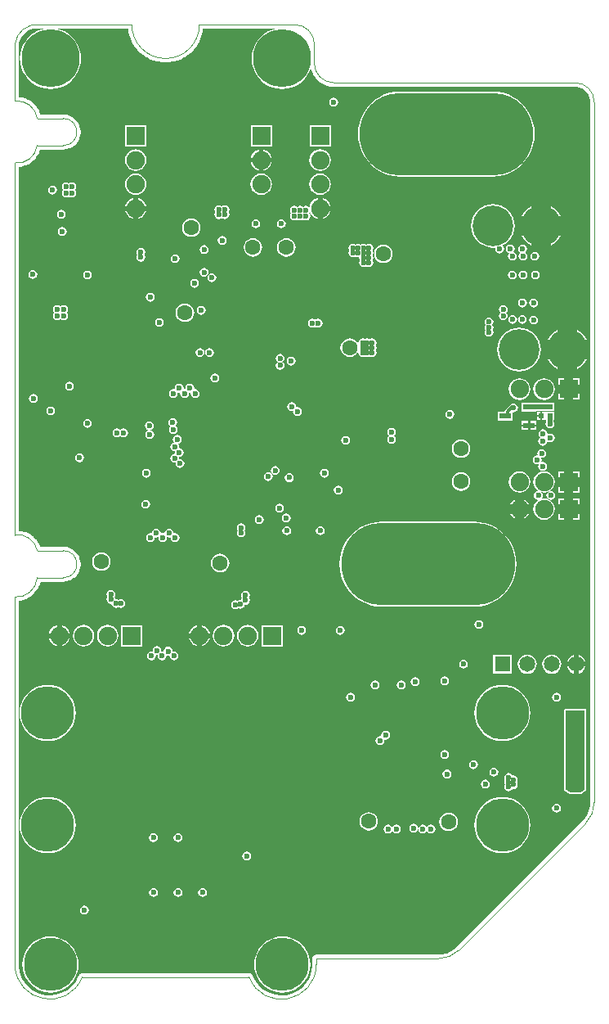
<source format=gbl>
G04 Layer_Physical_Order=4*
G04 Layer_Color=16711680*
%FSLAX44Y44*%
%MOMM*%
G71*
G01*
G75*
%ADD12R,0.6000X0.5900*%
%ADD58C,0.3000*%
%ADD59C,0.5000*%
%ADD60C,0.1000*%
%ADD61O,1.9000X1.0500*%
%ADD62R,1.9000X1.9000*%
%ADD63C,1.9000*%
%ADD64R,1.6500X1.6500*%
%ADD65C,1.6500*%
%ADD66C,6.0000*%
%ADD67C,5.5000*%
%ADD68O,18.0000X8.5000*%
%ADD69C,4.2000*%
%ADD70R,1.9000X1.9000*%
%ADD71C,0.6000*%
%ADD72C,1.6000*%
%ADD73R,1.2100X0.6000*%
G36*
X24550Y1003947D02*
X24777Y1003966D01*
X25000Y1003922D01*
X30613D01*
X26986Y1003051D01*
X22405Y1001153D01*
X18177Y998563D01*
X14407Y995343D01*
X11187Y991572D01*
X8597Y987345D01*
X6699Y982764D01*
X5542Y977943D01*
X5153Y973000D01*
X5542Y968057D01*
X6699Y963236D01*
X8597Y958655D01*
X11187Y954427D01*
X14407Y950657D01*
X18177Y947437D01*
X22405Y944846D01*
X26986Y942949D01*
X31807Y941792D01*
X36750Y941403D01*
X41693Y941792D01*
X46514Y942949D01*
X51095Y944846D01*
X55322Y947437D01*
X59093Y950657D01*
X62313Y954427D01*
X64903Y958655D01*
X66801Y963236D01*
X67958Y968057D01*
X68347Y973000D01*
X67958Y977943D01*
X66801Y982764D01*
X64903Y987345D01*
X62313Y991572D01*
X59093Y995343D01*
X55322Y998563D01*
X51095Y1001153D01*
X46514Y1003051D01*
X42887Y1003922D01*
X117197D01*
X117629Y1000639D01*
X117716Y1000385D01*
X117733Y1000116D01*
X118918Y995694D01*
X119037Y995453D01*
X119090Y995189D01*
X120842Y990959D01*
X120991Y990735D01*
X121078Y990481D01*
X123367Y986516D01*
X123544Y986314D01*
X123663Y986072D01*
X126450Y982440D01*
X126652Y982263D01*
X126802Y982039D01*
X130039Y978802D01*
X130263Y978652D01*
X130440Y978450D01*
X134072Y975663D01*
X134314Y975544D01*
X134516Y975367D01*
X138481Y973078D01*
X138736Y972991D01*
X138959Y972842D01*
X143189Y971090D01*
X143453Y971037D01*
X143694Y970918D01*
X148116Y969733D01*
X148385Y969716D01*
X148639Y969629D01*
X153179Y969032D01*
X153380Y969045D01*
X153577Y968999D01*
X155867Y968924D01*
X156000Y968946D01*
X156133Y968924D01*
X158422Y968999D01*
X158620Y969045D01*
X158821Y969032D01*
X163361Y969629D01*
X163615Y969716D01*
X163884Y969733D01*
X168306Y970918D01*
X168547Y971037D01*
X168811Y971090D01*
X173041Y972842D01*
X173265Y972991D01*
X173519Y973078D01*
X177484Y975367D01*
X177686Y975544D01*
X177928Y975663D01*
X181560Y978450D01*
X181737Y978652D01*
X181961Y978802D01*
X185198Y982039D01*
X185348Y982263D01*
X185550Y982440D01*
X188337Y986072D01*
X188456Y986314D01*
X188633Y986516D01*
X190922Y990481D01*
X191009Y990735D01*
X191158Y990959D01*
X192910Y995189D01*
X192963Y995453D01*
X193082Y995694D01*
X194267Y1000116D01*
X194284Y1000385D01*
X194371Y1000639D01*
X194803Y1003922D01*
X270613D01*
X266986Y1003051D01*
X262405Y1001153D01*
X258178Y998563D01*
X254407Y995343D01*
X251187Y991572D01*
X248596Y987345D01*
X246699Y982764D01*
X245542Y977943D01*
X245153Y973000D01*
X245542Y968057D01*
X246699Y963236D01*
X248596Y958655D01*
X251187Y954427D01*
X254407Y950657D01*
X258178Y947437D01*
X262405Y944846D01*
X266986Y942949D01*
X271807Y941792D01*
X276750Y941403D01*
X281693Y941792D01*
X286514Y942949D01*
X291095Y944846D01*
X295322Y947437D01*
X299093Y950657D01*
X302313Y954427D01*
X304904Y958655D01*
X306595Y962738D01*
X306861Y961399D01*
X307015Y961028D01*
X307093Y960634D01*
X308594Y957011D01*
X308817Y956677D01*
X308971Y956306D01*
X311149Y953046D01*
X311433Y952762D01*
X311656Y952428D01*
X314428Y949656D01*
X314762Y949433D01*
X315046Y949149D01*
X318306Y946971D01*
X318677Y946817D01*
X319011Y946594D01*
X322634Y945093D01*
X323027Y945015D01*
X323399Y944861D01*
X327244Y944096D01*
X327546D01*
X327840Y944023D01*
X329800Y943927D01*
X329900Y943942D01*
X330000Y943922D01*
X580000D01*
X580000D01*
X580000D01*
X581568Y943922D01*
X584644Y943310D01*
X587542Y942110D01*
X590149Y940367D01*
X592367Y938150D01*
X594110Y935542D01*
X595310Y932644D01*
X595922Y929568D01*
X595922Y928000D01*
Y928000D01*
Y928000D01*
Y203426D01*
Y202153D01*
X595672Y199618D01*
X595175Y197120D01*
X594436Y194683D01*
X593461Y192330D01*
X592261Y190083D01*
X590846Y187966D01*
X589230Y185997D01*
X588330Y185097D01*
X588330Y185097D01*
X588329Y185097D01*
X456903Y53671D01*
X456903Y53670D01*
X456003Y52770D01*
X454034Y51154D01*
X451917Y49739D01*
X449670Y48539D01*
X447318Y47564D01*
X444880Y46825D01*
X442382Y46328D01*
X439847Y46078D01*
X312000D01*
X310439Y45768D01*
X309116Y44884D01*
X308232Y43561D01*
X307922Y42000D01*
X307922Y36000D01*
X307922Y35999D01*
X307922Y35999D01*
X307922Y33782D01*
X307310Y29391D01*
X306096Y25126D01*
X304305Y21070D01*
X301971Y17300D01*
X299138Y13888D01*
X295861Y10901D01*
X292203Y8396D01*
X288233Y6420D01*
X284029Y5011D01*
X279670Y4197D01*
X275241Y3993D01*
X270826Y4403D01*
X266510Y5419D01*
X262375Y7022D01*
X258502Y9180D01*
X254965Y11853D01*
X251830Y14990D01*
X249159Y18529D01*
X247003Y22403D01*
X246204Y24470D01*
X246178Y24512D01*
X246168Y24561D01*
X245752Y25183D01*
X245352Y25814D01*
X245311Y25842D01*
X245284Y25884D01*
X244662Y26299D01*
X244050Y26730D01*
X244002Y26740D01*
X243961Y26768D01*
X243227Y26914D01*
X242497Y27077D01*
X242448Y27069D01*
X242400Y27078D01*
X69600Y27078D01*
X69559Y27070D01*
X69517Y27077D01*
X68779Y26915D01*
X68039Y26768D01*
X68004Y26744D01*
X67963Y26735D01*
X67344Y26303D01*
X66716Y25884D01*
X66693Y25849D01*
X66658Y25824D01*
X66252Y25188D01*
X65832Y24561D01*
X65824Y24519D01*
X65801Y24483D01*
X64996Y22422D01*
X62832Y18559D01*
X60157Y15032D01*
X57021Y11908D01*
X53484Y9245D01*
X49613Y7096D01*
X45483Y5501D01*
X41173Y4491D01*
X36765Y4084D01*
X32342Y4289D01*
X27991Y5102D01*
X23792Y6507D01*
X19828Y8477D01*
X16173Y10976D01*
X12898Y13954D01*
X10064Y17355D01*
X7727Y21115D01*
X5930Y25161D01*
X4708Y29416D01*
X4084Y33798D01*
X4078Y36001D01*
Y412096D01*
X6821Y412445D01*
X7202Y412573D01*
X7600Y412623D01*
X11607Y413965D01*
X11955Y414164D01*
X12336Y414291D01*
X16004Y416389D01*
X16307Y416652D01*
X16656Y416851D01*
X19844Y419624D01*
X20090Y419941D01*
X20393Y420205D01*
X22979Y423546D01*
X23158Y423905D01*
X23404Y424223D01*
X25289Y428004D01*
X25394Y428392D01*
X25573Y428751D01*
X26437Y431922D01*
X50000D01*
X50133Y431948D01*
X50267Y431931D01*
X52094Y432050D01*
X52482Y432154D01*
X52883Y432180D01*
X56413Y433126D01*
X56891Y433362D01*
X57397Y433534D01*
X60562Y435361D01*
X60963Y435713D01*
X61406Y436009D01*
X63991Y438594D01*
X64287Y439037D01*
X64639Y439438D01*
X66466Y442603D01*
X66638Y443108D01*
X66874Y443587D01*
X67819Y447117D01*
X67854Y447649D01*
X67958Y448173D01*
Y451827D01*
X67854Y452351D01*
X67819Y452883D01*
X66874Y456413D01*
X66638Y456892D01*
X66466Y457397D01*
X64639Y460562D01*
X64287Y460963D01*
X63991Y461406D01*
X61406Y463991D01*
X60963Y464287D01*
X60562Y464639D01*
X57397Y466466D01*
X56892Y466637D01*
X56413Y466874D01*
X52883Y467820D01*
X52482Y467846D01*
X52094Y467950D01*
X50267Y468069D01*
X50133Y468052D01*
X50000Y468078D01*
X26088Y468078D01*
X24941Y471000D01*
X24724Y471338D01*
X24578Y471712D01*
X22481Y474981D01*
X22202Y475270D01*
X21985Y475608D01*
X19291Y478406D01*
X18961Y478635D01*
X18683Y478924D01*
X15494Y481142D01*
X15126Y481303D01*
X14796Y481532D01*
X11237Y483086D01*
X10844Y483171D01*
X10476Y483332D01*
X6682Y484161D01*
X6280Y484169D01*
X5888Y484254D01*
X4078Y484288D01*
X4078Y860918D01*
X6364Y861090D01*
X6751Y861198D01*
X7152Y861228D01*
X11052Y862313D01*
X11410Y862494D01*
X11797Y862602D01*
X15411Y864427D01*
X15727Y864674D01*
X16086Y864855D01*
X19274Y867351D01*
X19536Y867655D01*
X19852Y867903D01*
X22493Y870972D01*
X22690Y871322D01*
X22952Y871626D01*
X24943Y875151D01*
X25068Y875533D01*
X25266Y875883D01*
X26265Y878922D01*
X50000D01*
X50133Y878948D01*
X50267Y878931D01*
X52094Y879050D01*
X52482Y879154D01*
X52883Y879181D01*
X56413Y880126D01*
X56891Y880362D01*
X57397Y880534D01*
X60562Y882361D01*
X60963Y882713D01*
X61406Y883009D01*
X63991Y885594D01*
X64287Y886037D01*
X64639Y886438D01*
X66466Y889603D01*
X66638Y890108D01*
X66874Y890587D01*
X67819Y894117D01*
X67854Y894649D01*
X67958Y895173D01*
Y898827D01*
X67854Y899351D01*
X67819Y899883D01*
X66874Y903413D01*
X66638Y903892D01*
X66466Y904397D01*
X64639Y907562D01*
X64287Y907963D01*
X63991Y908406D01*
X61406Y910991D01*
X60963Y911287D01*
X60562Y911639D01*
X57397Y913466D01*
X56892Y913637D01*
X56413Y913874D01*
X52883Y914819D01*
X52482Y914846D01*
X52094Y914950D01*
X50267Y915070D01*
X50133Y915052D01*
X50000Y915078D01*
X26265Y915078D01*
X25266Y918117D01*
X25068Y918467D01*
X24943Y918848D01*
X22952Y922374D01*
X22690Y922678D01*
X22493Y923028D01*
X19852Y926097D01*
X19536Y926345D01*
X19274Y926649D01*
X16086Y929144D01*
X15727Y929325D01*
X15411Y929573D01*
X11797Y931398D01*
X11410Y931506D01*
X11052Y931687D01*
X7152Y932772D01*
X6751Y932802D01*
X6364Y932910D01*
X4078Y933082D01*
X4079Y987774D01*
X4256Y989366D01*
X5361Y992851D01*
X7124Y996054D01*
X9478Y998851D01*
X12333Y1001135D01*
X15579Y1002818D01*
X19090Y1003835D01*
X22733Y1004148D01*
X24550Y1003947D01*
D02*
G37*
%LPC*%
G36*
X253000Y500588D02*
X251244Y500239D01*
X249756Y499244D01*
X248761Y497756D01*
X248412Y496000D01*
X248761Y494244D01*
X249756Y492756D01*
X251244Y491761D01*
X253000Y491412D01*
X254756Y491761D01*
X256244Y492756D01*
X257239Y494244D01*
X257588Y496000D01*
X257239Y497756D01*
X256244Y499244D01*
X254756Y500239D01*
X253000Y500588D01*
D02*
G37*
G36*
X281000Y502588D02*
X279244Y502239D01*
X277756Y501244D01*
X276761Y499756D01*
X276412Y498000D01*
X276761Y496244D01*
X277756Y494756D01*
X279244Y493761D01*
X281000Y493412D01*
X282756Y493761D01*
X284244Y494756D01*
X285239Y496244D01*
X285588Y498000D01*
X285239Y499756D01*
X284244Y501244D01*
X282756Y502239D01*
X281000Y502588D01*
D02*
G37*
G36*
X159500Y486587D02*
X157744Y486238D01*
X156255Y485243D01*
X155261Y483755D01*
X154911Y481999D01*
X154995Y481578D01*
X154755Y481738D01*
X153000Y482087D01*
X151244Y481738D01*
X151004Y481578D01*
X151088Y481999D01*
X150739Y483755D01*
X149744Y485243D01*
X148256Y486238D01*
X146500Y486587D01*
X144744Y486238D01*
X143255Y485243D01*
X142261Y483755D01*
X141912Y481999D01*
X141964Y481733D01*
X141956Y481739D01*
X140200Y482088D01*
X138444Y481739D01*
X136956Y480744D01*
X135961Y479256D01*
X135612Y477500D01*
X135961Y475744D01*
X136956Y474256D01*
X138444Y473261D01*
X140200Y472912D01*
X141956Y473261D01*
X143444Y474256D01*
X144439Y475744D01*
X144788Y477500D01*
X144735Y477766D01*
X144744Y477760D01*
X146500Y477411D01*
X148256Y477760D01*
X148495Y477920D01*
X148412Y477499D01*
X148761Y475743D01*
X149755Y474255D01*
X151244Y473260D01*
X153000Y472911D01*
X154755Y473260D01*
X156244Y474255D01*
X157239Y475743D01*
X157588Y477499D01*
X157504Y477920D01*
X157744Y477760D01*
X159500Y477411D01*
X161255Y477760D01*
X161495Y477920D01*
X161411Y477499D01*
X161761Y475743D01*
X162755Y474255D01*
X164244Y473260D01*
X166000Y472911D01*
X167756Y473260D01*
X169244Y474255D01*
X170239Y475743D01*
X170588Y477499D01*
X170239Y479255D01*
X169244Y480743D01*
X167756Y481738D01*
X166000Y482087D01*
X164244Y481738D01*
X164004Y481578D01*
X164088Y481999D01*
X163739Y483755D01*
X162744Y485243D01*
X161255Y486238D01*
X159500Y486587D01*
D02*
G37*
G36*
X234300Y492138D02*
X232544Y491789D01*
X231056Y490794D01*
X230061Y489306D01*
X229712Y487550D01*
X230061Y485794D01*
X230575Y485025D01*
X230061Y484256D01*
X229712Y482500D01*
X230061Y480744D01*
X231056Y479256D01*
X232544Y478261D01*
X234300Y477912D01*
X236056Y478261D01*
X237544Y479256D01*
X238539Y480744D01*
X238888Y482500D01*
X238539Y484256D01*
X238025Y485025D01*
X238539Y485794D01*
X238888Y487550D01*
X238539Y489306D01*
X237544Y490794D01*
X236056Y491789D01*
X234300Y492138D01*
D02*
G37*
G36*
X281500Y489088D02*
X279744Y488739D01*
X278256Y487744D01*
X277261Y486256D01*
X276912Y484500D01*
X277261Y482744D01*
X278256Y481256D01*
X279744Y480261D01*
X281500Y479912D01*
X283256Y480261D01*
X284744Y481256D01*
X285739Y482744D01*
X286088Y484500D01*
X285739Y486256D01*
X284744Y487744D01*
X283256Y488739D01*
X281500Y489088D01*
D02*
G37*
G36*
X316100D02*
X314344Y488739D01*
X312856Y487744D01*
X311861Y486256D01*
X311512Y484500D01*
X311861Y482744D01*
X312856Y481256D01*
X314344Y480261D01*
X316100Y479912D01*
X317856Y480261D01*
X319344Y481256D01*
X320339Y482744D01*
X320688Y484500D01*
X320339Y486256D01*
X319344Y487744D01*
X317856Y488739D01*
X316100Y489088D01*
D02*
G37*
G36*
X532435Y502000D02*
X527600D01*
Y497165D01*
X528148Y497392D01*
X530445Y499155D01*
X532209Y501452D01*
X532435Y502000D01*
D02*
G37*
G36*
X274000Y512588D02*
X272244Y512239D01*
X270756Y511244D01*
X269761Y509756D01*
X269412Y508000D01*
X269761Y506244D01*
X270756Y504756D01*
X272244Y503761D01*
X274000Y503412D01*
X275756Y503761D01*
X277244Y504756D01*
X278239Y506244D01*
X278588Y508000D01*
X278239Y509756D01*
X277244Y511244D01*
X275756Y512239D01*
X274000Y512588D01*
D02*
G37*
G36*
X135500Y516588D02*
X133744Y516239D01*
X132256Y515244D01*
X131261Y513756D01*
X130912Y512000D01*
X131261Y510244D01*
X132256Y508756D01*
X133744Y507761D01*
X135500Y507412D01*
X137256Y507761D01*
X138744Y508756D01*
X139739Y510244D01*
X140088Y512000D01*
X139739Y513756D01*
X138744Y515244D01*
X137256Y516239D01*
X135500Y516588D01*
D02*
G37*
G36*
X568400Y502000D02*
X562400D01*
Y496000D01*
X568400D01*
Y502000D01*
D02*
G37*
G36*
X584400D02*
X578400D01*
Y496000D01*
X584400D01*
Y502000D01*
D02*
G37*
G36*
X517600D02*
X512765D01*
X512991Y501452D01*
X514755Y499155D01*
X517052Y497392D01*
X517600Y497165D01*
Y502000D01*
D02*
G37*
G36*
X89500Y462332D02*
X87020Y462006D01*
X84709Y461048D01*
X82725Y459525D01*
X81202Y457541D01*
X80245Y455230D01*
X79918Y452750D01*
X80245Y450270D01*
X81202Y447959D01*
X82725Y445975D01*
X84709Y444452D01*
X87020Y443494D01*
X89500Y443168D01*
X91980Y443494D01*
X94291Y444452D01*
X96275Y445975D01*
X97798Y447959D01*
X98756Y450270D01*
X99082Y452750D01*
X98756Y455230D01*
X97798Y457541D01*
X96275Y459525D01*
X94291Y461048D01*
X91980Y462006D01*
X89500Y462332D01*
D02*
G37*
G36*
X188500Y386766D02*
X188128Y386717D01*
X185452Y385608D01*
X183155Y383845D01*
X181392Y381548D01*
X180283Y378872D01*
X180234Y378500D01*
X188500D01*
Y386766D01*
D02*
G37*
G36*
X43500D02*
X43128Y386717D01*
X40453Y385608D01*
X38155Y383845D01*
X36391Y381548D01*
X35283Y378872D01*
X35234Y378500D01*
X43500D01*
Y386766D01*
D02*
G37*
G36*
X48500D02*
Y378500D01*
X56766D01*
X56717Y378872D01*
X55609Y381548D01*
X53845Y383845D01*
X51547Y385608D01*
X48872Y386717D01*
X48500Y386766D01*
D02*
G37*
G36*
X201766Y373500D02*
X193500D01*
Y365234D01*
X193872Y365283D01*
X196548Y366391D01*
X198845Y368155D01*
X200609Y370452D01*
X201717Y373128D01*
X201766Y373500D01*
D02*
G37*
G36*
X337000Y386088D02*
X335244Y385739D01*
X333756Y384744D01*
X332761Y383256D01*
X332412Y381500D01*
X332761Y379744D01*
X333756Y378256D01*
X335244Y377261D01*
X337000Y376912D01*
X338756Y377261D01*
X340244Y378256D01*
X341239Y379744D01*
X341588Y381500D01*
X341239Y383256D01*
X340244Y384744D01*
X338756Y385739D01*
X337000Y386088D01*
D02*
G37*
G36*
X296950Y386088D02*
X295194Y385739D01*
X293706Y384744D01*
X292711Y383256D01*
X292362Y381500D01*
X292711Y379744D01*
X293706Y378256D01*
X295194Y377261D01*
X296950Y376912D01*
X298706Y377261D01*
X300194Y378256D01*
X301189Y379744D01*
X301538Y381500D01*
X301189Y383256D01*
X300194Y384744D01*
X298706Y385739D01*
X296950Y386088D01*
D02*
G37*
G36*
X475250Y494094D02*
X380250D01*
X374495Y493717D01*
X368838Y492592D01*
X363376Y490738D01*
X358203Y488187D01*
X353407Y484982D01*
X349071Y481179D01*
X345268Y476843D01*
X342063Y472047D01*
X339512Y466874D01*
X337658Y461413D01*
X336533Y455756D01*
X336156Y450000D01*
X336533Y444244D01*
X337658Y438587D01*
X339512Y433126D01*
X342063Y427953D01*
X345268Y423157D01*
X349071Y418820D01*
X353407Y415018D01*
X358203Y411813D01*
X363376Y409262D01*
X368838Y407408D01*
X374495Y406283D01*
X380250Y405906D01*
X475250D01*
X481006Y406283D01*
X486662Y407408D01*
X492124Y409262D01*
X497297Y411813D01*
X502093Y415018D01*
X506429Y418820D01*
X510232Y423157D01*
X513437Y427953D01*
X515988Y433126D01*
X517842Y438587D01*
X518967Y444244D01*
X519344Y450000D01*
X518967Y455756D01*
X517842Y461413D01*
X515988Y466874D01*
X513437Y472047D01*
X510232Y476843D01*
X506429Y481179D01*
X502093Y484982D01*
X497297Y488187D01*
X492124Y490738D01*
X486662Y492592D01*
X481006Y493717D01*
X475250Y494094D01*
D02*
G37*
G36*
X238750Y422388D02*
X236994Y422039D01*
X235506Y421044D01*
X234511Y419556D01*
X234162Y417800D01*
X234511Y416044D01*
X235109Y415150D01*
X234511Y414256D01*
X234211Y412747D01*
X233500Y412888D01*
X231744Y412539D01*
X230838Y411933D01*
X230006Y412489D01*
X228250Y412838D01*
X226494Y412489D01*
X225006Y411494D01*
X224011Y410006D01*
X223662Y408250D01*
X224011Y406494D01*
X225006Y405006D01*
X226494Y404011D01*
X228250Y403662D01*
X230006Y404011D01*
X230912Y404617D01*
X231744Y404061D01*
X233500Y403712D01*
X235256Y404061D01*
X236744Y405056D01*
X237739Y406544D01*
X238039Y408053D01*
X238750Y407912D01*
X240506Y408261D01*
X241994Y409256D01*
X242989Y410744D01*
X243338Y412500D01*
X242989Y414256D01*
X242391Y415150D01*
X242989Y416044D01*
X243338Y417800D01*
X242989Y419556D01*
X241994Y421044D01*
X240506Y422039D01*
X238750Y422388D01*
D02*
G37*
G36*
X212500Y460832D02*
X210020Y460505D01*
X207709Y459548D01*
X205725Y458025D01*
X204202Y456041D01*
X203244Y453730D01*
X202918Y451250D01*
X203244Y448770D01*
X204202Y446459D01*
X205725Y444474D01*
X207709Y442952D01*
X210020Y441995D01*
X212500Y441668D01*
X214980Y441995D01*
X217291Y442952D01*
X219275Y444474D01*
X220798Y446459D01*
X221755Y448770D01*
X222082Y451250D01*
X221755Y453730D01*
X220798Y456041D01*
X219275Y458025D01*
X217291Y459548D01*
X214980Y460505D01*
X212500Y460832D01*
D02*
G37*
G36*
X193500Y386766D02*
Y378500D01*
X201766D01*
X201717Y378872D01*
X200609Y381548D01*
X198845Y383845D01*
X196548Y385608D01*
X193872Y386717D01*
X193500Y386766D01*
D02*
G37*
G36*
X480500Y392088D02*
X478744Y391739D01*
X477256Y390744D01*
X476261Y389256D01*
X475912Y387500D01*
X476261Y385744D01*
X477256Y384256D01*
X478744Y383261D01*
X480500Y382912D01*
X482256Y383261D01*
X483744Y384256D01*
X484739Y385744D01*
X485088Y387500D01*
X484739Y389256D01*
X483744Y390744D01*
X482256Y391739D01*
X480500Y392088D01*
D02*
G37*
G36*
X99250Y423338D02*
X97494Y422989D01*
X96006Y421994D01*
X95011Y420506D01*
X94662Y418750D01*
X95011Y416994D01*
X95592Y416125D01*
X95011Y415256D01*
X94662Y413500D01*
X95011Y411744D01*
X96006Y410256D01*
X97494Y409261D01*
X99250Y408912D01*
X99951Y409051D01*
X100261Y407494D01*
X101256Y406006D01*
X102744Y405011D01*
X104500Y404662D01*
X106256Y405011D01*
X107125Y405592D01*
X107994Y405011D01*
X109750Y404662D01*
X111506Y405011D01*
X112994Y406006D01*
X113989Y407494D01*
X114338Y409250D01*
X113989Y411006D01*
X112994Y412494D01*
X111506Y413489D01*
X109750Y413838D01*
X107994Y413489D01*
X107125Y412908D01*
X106256Y413489D01*
X104500Y413838D01*
X103799Y413699D01*
X103489Y415256D01*
X102908Y416125D01*
X103489Y416994D01*
X103838Y418750D01*
X103489Y420506D01*
X102494Y421994D01*
X101006Y422989D01*
X99250Y423338D01*
D02*
G37*
G36*
X568400Y518000D02*
X562400D01*
Y512000D01*
X568400D01*
Y518000D01*
D02*
G37*
G36*
X269500Y551588D02*
X267744Y551239D01*
X266256Y550244D01*
X265261Y548756D01*
X264912Y547000D01*
X265261Y545244D01*
X266256Y543756D01*
X267744Y542761D01*
X269500Y542412D01*
X271256Y542761D01*
X272744Y543756D01*
X273739Y545244D01*
X274088Y547000D01*
X273739Y548756D01*
X272744Y550244D01*
X271256Y551239D01*
X269500Y551588D01*
D02*
G37*
G36*
X67000Y564588D02*
X65244Y564239D01*
X63756Y563244D01*
X62761Y561756D01*
X62412Y560000D01*
X62761Y558244D01*
X63756Y556756D01*
X65244Y555761D01*
X67000Y555412D01*
X68756Y555761D01*
X70244Y556756D01*
X71239Y558244D01*
X71588Y560000D01*
X71239Y561756D01*
X70244Y563244D01*
X68756Y564239D01*
X67000Y564588D01*
D02*
G37*
G36*
X462000Y579082D02*
X459520Y578755D01*
X457209Y577798D01*
X455224Y576275D01*
X453702Y574291D01*
X452744Y571980D01*
X452418Y569500D01*
X452744Y567020D01*
X453702Y564709D01*
X455224Y562725D01*
X457209Y561202D01*
X459520Y560244D01*
X462000Y559918D01*
X464480Y560244D01*
X466791Y561202D01*
X468775Y562725D01*
X470298Y564709D01*
X471255Y567020D01*
X471582Y569500D01*
X471255Y571980D01*
X470298Y574291D01*
X468775Y576275D01*
X466791Y577798D01*
X464480Y578755D01*
X462000Y579082D01*
D02*
G37*
G36*
X320500Y548588D02*
X318744Y548239D01*
X317256Y547244D01*
X316261Y545756D01*
X315912Y544000D01*
X316261Y542244D01*
X317256Y540756D01*
X318744Y539761D01*
X320500Y539412D01*
X322256Y539761D01*
X323744Y540756D01*
X324739Y542244D01*
X325088Y544000D01*
X324739Y545756D01*
X323744Y547244D01*
X322256Y548239D01*
X320500Y548588D01*
D02*
G37*
G36*
X568400Y546000D02*
X562400D01*
Y540000D01*
X568400D01*
Y546000D01*
D02*
G37*
G36*
X584400D02*
X578400D01*
Y540000D01*
X584400D01*
Y546000D01*
D02*
G37*
G36*
X390000Y591088D02*
X388244Y590739D01*
X386756Y589744D01*
X385761Y588256D01*
X385412Y586500D01*
X385761Y584744D01*
X386756Y583256D01*
X387513Y582750D01*
X386755Y582243D01*
X385760Y580755D01*
X385411Y578999D01*
X385760Y577243D01*
X386755Y575755D01*
X388243Y574760D01*
X389999Y574411D01*
X391755Y574760D01*
X393243Y575755D01*
X394238Y577243D01*
X394587Y578999D01*
X394238Y580755D01*
X393243Y582243D01*
X392486Y582749D01*
X393244Y583256D01*
X394239Y584744D01*
X394588Y586500D01*
X394239Y588256D01*
X393244Y589744D01*
X391756Y590739D01*
X390000Y591088D01*
D02*
G37*
G36*
X547000Y589588D02*
X545244Y589239D01*
X543756Y588244D01*
X542761Y586756D01*
X542412Y585000D01*
X542761Y583244D01*
X543756Y581756D01*
X544637Y581167D01*
X543256Y580244D01*
X542261Y578756D01*
X541912Y577000D01*
X542261Y575244D01*
X543256Y573756D01*
X544744Y572761D01*
X546500Y572412D01*
X548256Y572761D01*
X549744Y573756D01*
X550739Y575244D01*
X551088Y577000D01*
X550945Y577721D01*
X551256Y577256D01*
X552744Y576261D01*
X554500Y575912D01*
X556256Y576261D01*
X557744Y577256D01*
X558739Y578744D01*
X559088Y580500D01*
X558739Y582256D01*
X557744Y583744D01*
X556256Y584739D01*
X554500Y585088D01*
X552744Y584739D01*
X551351Y583808D01*
X551588Y585000D01*
X551239Y586756D01*
X550244Y588244D01*
X548756Y589239D01*
X547000Y589588D01*
D02*
G37*
G36*
X139000Y597588D02*
X137244Y597239D01*
X135756Y596244D01*
X134761Y594756D01*
X134412Y593000D01*
X134761Y591244D01*
X135756Y589756D01*
X137244Y588761D01*
X138807Y588450D01*
X137744Y588239D01*
X136256Y587244D01*
X135261Y585756D01*
X134912Y584000D01*
X135261Y582244D01*
X136256Y580756D01*
X137744Y579761D01*
X139500Y579412D01*
X141256Y579761D01*
X142744Y580756D01*
X143739Y582244D01*
X144088Y584000D01*
X143739Y585756D01*
X142744Y587244D01*
X141256Y588239D01*
X139693Y588550D01*
X140756Y588761D01*
X142244Y589756D01*
X143239Y591244D01*
X143588Y593000D01*
X143239Y594756D01*
X142244Y596244D01*
X140756Y597239D01*
X139000Y597588D01*
D02*
G37*
G36*
X545500Y569088D02*
X543744Y568739D01*
X542256Y567744D01*
X541261Y566256D01*
X540912Y564500D01*
X541261Y562744D01*
X541421Y562504D01*
X541000Y562588D01*
X539244Y562239D01*
X537756Y561244D01*
X536761Y559756D01*
X536412Y558000D01*
X536761Y556244D01*
X537756Y554756D01*
X539244Y553761D01*
X541000Y553412D01*
X542756Y553761D01*
X543076Y553975D01*
X542261Y552756D01*
X541912Y551000D01*
X542261Y549244D01*
X543256Y547756D01*
X544744Y546761D01*
X546500Y546412D01*
X548256Y546761D01*
X549744Y547756D01*
X550739Y549244D01*
X551088Y551000D01*
X550739Y552756D01*
X549744Y554244D01*
X548256Y555239D01*
X546500Y555588D01*
X544744Y555239D01*
X544424Y555025D01*
X545239Y556244D01*
X545588Y558000D01*
X545239Y559756D01*
X545079Y559996D01*
X545500Y559912D01*
X547256Y560261D01*
X548744Y561256D01*
X549739Y562744D01*
X550088Y564500D01*
X549739Y566256D01*
X548744Y567744D01*
X547256Y568739D01*
X545500Y569088D01*
D02*
G37*
G36*
X168000Y583588D02*
X166244Y583239D01*
X164756Y582244D01*
X163761Y580756D01*
X163412Y579000D01*
X163761Y577244D01*
X164630Y575944D01*
X163594Y575738D01*
X162106Y574743D01*
X161111Y573255D01*
X160762Y571499D01*
X161111Y569743D01*
X162106Y568255D01*
X163594Y567260D01*
X165350Y566911D01*
X165707Y566982D01*
X165411Y565499D01*
X165706Y564017D01*
X165350Y564088D01*
X163594Y563739D01*
X162106Y562744D01*
X161111Y561256D01*
X160762Y559500D01*
X161111Y557744D01*
X162106Y556256D01*
X163594Y555261D01*
X165350Y554912D01*
X166644Y555169D01*
X166411Y553999D01*
X166761Y552243D01*
X167755Y550755D01*
X169244Y549760D01*
X171000Y549411D01*
X172756Y549760D01*
X174244Y550755D01*
X175239Y552243D01*
X175588Y553999D01*
X175239Y555755D01*
X174244Y557243D01*
X172756Y558238D01*
X171000Y558587D01*
X169705Y558330D01*
X169938Y559500D01*
X169643Y560982D01*
X170000Y560911D01*
X171756Y561260D01*
X173244Y562255D01*
X174239Y563743D01*
X174588Y565499D01*
X174239Y567255D01*
X173244Y568743D01*
X171756Y569738D01*
X170000Y570087D01*
X169643Y570016D01*
X169938Y571499D01*
X169589Y573255D01*
X168720Y574555D01*
X169756Y574761D01*
X171244Y575756D01*
X172239Y577244D01*
X172588Y579000D01*
X172239Y580756D01*
X171244Y582244D01*
X169756Y583239D01*
X168000Y583588D01*
D02*
G37*
G36*
X342500Y582588D02*
X340744Y582239D01*
X339256Y581244D01*
X338261Y579756D01*
X337912Y578000D01*
X338261Y576244D01*
X339256Y574756D01*
X340744Y573761D01*
X342500Y573412D01*
X344256Y573761D01*
X345744Y574756D01*
X346739Y576244D01*
X347088Y578000D01*
X346739Y579756D01*
X345744Y581244D01*
X344256Y582239D01*
X342500Y582588D01*
D02*
G37*
G36*
X136000Y548588D02*
X134244Y548239D01*
X132756Y547244D01*
X131761Y545756D01*
X131412Y544000D01*
X131761Y542244D01*
X132756Y540756D01*
X134244Y539761D01*
X136000Y539412D01*
X137756Y539761D01*
X139244Y540756D01*
X140239Y542244D01*
X140588Y544000D01*
X140239Y545756D01*
X139244Y547244D01*
X137756Y548239D01*
X136000Y548588D01*
D02*
G37*
G36*
X555000Y525588D02*
X553244Y525239D01*
X551756Y524244D01*
X550761Y522756D01*
X550412Y521000D01*
X550761Y519244D01*
X551756Y517756D01*
X553244Y516761D01*
X555000Y516412D01*
X556756Y516761D01*
X558244Y517756D01*
X559239Y519244D01*
X559588Y521000D01*
X559239Y522756D01*
X558244Y524244D01*
X556756Y525239D01*
X555000Y525588D01*
D02*
G37*
G36*
X334750Y531338D02*
X332994Y530989D01*
X331506Y529994D01*
X330511Y528506D01*
X330162Y526750D01*
X330511Y524994D01*
X331506Y523506D01*
X332994Y522511D01*
X334750Y522162D01*
X336506Y522511D01*
X337994Y523506D01*
X338989Y524994D01*
X339338Y526750D01*
X338989Y528506D01*
X337994Y529994D01*
X336506Y530989D01*
X334750Y531338D01*
D02*
G37*
G36*
X522600Y546095D02*
X519728Y545717D01*
X517052Y544608D01*
X514755Y542845D01*
X512991Y540547D01*
X511883Y537872D01*
X511505Y535000D01*
X511883Y532128D01*
X512991Y529453D01*
X514755Y527155D01*
X517052Y525392D01*
X519728Y524283D01*
X522600Y523905D01*
X525472Y524283D01*
X528148Y525392D01*
X530445Y527155D01*
X532209Y529453D01*
X533317Y532128D01*
X533695Y535000D01*
X533317Y537872D01*
X532209Y540547D01*
X530445Y542845D01*
X528148Y544608D01*
X525472Y545717D01*
X522600Y546095D01*
D02*
G37*
G36*
X517600Y516835D02*
X517052Y516609D01*
X514755Y514845D01*
X512991Y512547D01*
X512765Y512000D01*
X517600D01*
Y516835D01*
D02*
G37*
G36*
X527600Y516835D02*
Y512000D01*
X532435D01*
X532209Y512547D01*
X530445Y514845D01*
X528148Y516609D01*
X527600Y516835D01*
D02*
G37*
G36*
X584400Y518000D02*
X578400D01*
Y512000D01*
X584400D01*
Y518000D01*
D02*
G37*
G36*
X462000Y545082D02*
X459520Y544756D01*
X457209Y543798D01*
X455224Y542275D01*
X453702Y540291D01*
X452744Y537980D01*
X452418Y535500D01*
X452744Y533020D01*
X453702Y530709D01*
X455224Y528725D01*
X457209Y527202D01*
X459520Y526245D01*
X462000Y525918D01*
X464480Y526245D01*
X466791Y527202D01*
X468775Y528725D01*
X470298Y530709D01*
X471255Y533020D01*
X471582Y535500D01*
X471255Y537980D01*
X470298Y540291D01*
X468775Y542275D01*
X466791Y543798D01*
X464480Y544756D01*
X462000Y545082D01*
D02*
G37*
G36*
X284000Y544088D02*
X282244Y543739D01*
X280756Y542744D01*
X279761Y541256D01*
X279412Y539500D01*
X279761Y537744D01*
X280756Y536256D01*
X282244Y535261D01*
X284000Y534912D01*
X285756Y535261D01*
X287244Y536256D01*
X288239Y537744D01*
X288588Y539500D01*
X288239Y541256D01*
X287244Y542744D01*
X285756Y543739D01*
X284000Y544088D01*
D02*
G37*
G36*
X262500Y545088D02*
X260744Y544739D01*
X259256Y543744D01*
X258261Y542256D01*
X257912Y540500D01*
X258261Y538744D01*
X259256Y537256D01*
X260744Y536261D01*
X262500Y535912D01*
X264256Y536261D01*
X265744Y537256D01*
X266739Y538744D01*
X267088Y540500D01*
X266739Y542256D01*
X265744Y543744D01*
X264256Y544739D01*
X262500Y545088D01*
D02*
G37*
G36*
X568400Y530000D02*
X562400D01*
Y524000D01*
X568400D01*
Y530000D01*
D02*
G37*
G36*
X584400D02*
X578400D01*
Y524000D01*
X584400D01*
Y530000D01*
D02*
G37*
G36*
X548000Y546095D02*
X545128Y545717D01*
X542453Y544608D01*
X540155Y542845D01*
X538391Y540547D01*
X537283Y537872D01*
X536905Y535000D01*
X537283Y532128D01*
X538391Y529453D01*
X540155Y527155D01*
X542265Y525535D01*
X542000Y525588D01*
X540244Y525239D01*
X538756Y524244D01*
X537761Y522756D01*
X537412Y521000D01*
X537761Y519244D01*
X538756Y517756D01*
X540244Y516761D01*
X542000Y516412D01*
X542265Y516465D01*
X540155Y514845D01*
X538391Y512547D01*
X537283Y509872D01*
X536905Y507000D01*
X537283Y504128D01*
X538391Y501452D01*
X540155Y499155D01*
X542453Y497392D01*
X545128Y496283D01*
X548000Y495905D01*
X550872Y496283D01*
X553548Y497392D01*
X555845Y499155D01*
X557608Y501452D01*
X558717Y504128D01*
X559095Y507000D01*
X558717Y509872D01*
X557608Y512547D01*
X555845Y514845D01*
X553548Y516609D01*
X550872Y517717D01*
X548000Y518095D01*
X545200Y517726D01*
X545244Y517756D01*
X546239Y519244D01*
X546588Y521000D01*
X546239Y522756D01*
X545244Y524244D01*
X545200Y524274D01*
X548000Y523905D01*
X550872Y524283D01*
X553548Y525392D01*
X555845Y527155D01*
X557608Y529453D01*
X558717Y532128D01*
X559095Y535000D01*
X558717Y537872D01*
X557608Y540547D01*
X555845Y542845D01*
X553548Y544608D01*
X550872Y545717D01*
X548000Y546095D01*
D02*
G37*
G36*
X560950Y202088D02*
X559194Y201739D01*
X557706Y200744D01*
X556711Y199256D01*
X556362Y197500D01*
X556711Y195744D01*
X557706Y194256D01*
X559194Y193261D01*
X560950Y192912D01*
X562706Y193261D01*
X564194Y194256D01*
X565189Y195744D01*
X565538Y197500D01*
X565189Y199256D01*
X564194Y200744D01*
X562706Y201739D01*
X560950Y202088D01*
D02*
G37*
G36*
X590000Y300624D02*
X570500D01*
X569352Y300148D01*
X568876Y299000D01*
Y216500D01*
X569352Y215352D01*
X570500Y214876D01*
X570798D01*
X571136Y214436D01*
X572546Y213354D01*
X574188Y212674D01*
X575950Y212442D01*
X584450D01*
X586212Y212674D01*
X587854Y213354D01*
X589264Y214436D01*
X589602Y214876D01*
X590000D01*
X591148Y215352D01*
X591624Y216500D01*
Y296500D01*
Y299000D01*
X591148Y300148D01*
X590000Y300624D01*
D02*
G37*
G36*
X511450Y234088D02*
X509694Y233739D01*
X508206Y232744D01*
X507211Y231256D01*
X506862Y229500D01*
X507211Y227744D01*
X507733Y226963D01*
X507261Y226256D01*
X506912Y224500D01*
X507261Y222744D01*
X507733Y222037D01*
X507211Y221256D01*
X506862Y219500D01*
X507211Y217744D01*
X508206Y216256D01*
X509694Y215261D01*
X511450Y214912D01*
X513206Y215261D01*
X514694Y216256D01*
X515529Y217505D01*
X516000Y217412D01*
X517756Y217761D01*
X519244Y218756D01*
X520239Y220244D01*
X520588Y222000D01*
X520239Y223756D01*
X519742Y224500D01*
X520239Y225244D01*
X520588Y227000D01*
X520239Y228756D01*
X519244Y230244D01*
X517756Y231239D01*
X516000Y231588D01*
X515529Y231495D01*
X514694Y232744D01*
X513206Y233739D01*
X511450Y234088D01*
D02*
G37*
G36*
X366450Y193532D02*
X363970Y193206D01*
X361659Y192248D01*
X359675Y190725D01*
X358152Y188741D01*
X357195Y186430D01*
X356868Y183950D01*
X357195Y181470D01*
X358152Y179159D01*
X359675Y177175D01*
X361659Y175652D01*
X363970Y174694D01*
X366450Y174368D01*
X368930Y174694D01*
X371241Y175652D01*
X373226Y177175D01*
X374748Y179159D01*
X375705Y181470D01*
X376032Y183950D01*
X375705Y186430D01*
X374748Y188741D01*
X373226Y190725D01*
X371241Y192248D01*
X368930Y193206D01*
X366450Y193532D01*
D02*
G37*
G36*
X395000Y180588D02*
X393244Y180239D01*
X391756Y179244D01*
X390761Y177756D01*
X390625Y177072D01*
X390489Y177756D01*
X389494Y179244D01*
X388006Y180239D01*
X386250Y180588D01*
X384494Y180239D01*
X383006Y179244D01*
X382011Y177756D01*
X381662Y176000D01*
X382011Y174244D01*
X383006Y172756D01*
X384494Y171761D01*
X386250Y171412D01*
X388006Y171761D01*
X389494Y172756D01*
X390489Y174244D01*
X390625Y174928D01*
X390761Y174244D01*
X391756Y172756D01*
X393244Y171761D01*
X395000Y171412D01*
X396756Y171761D01*
X398244Y172756D01*
X399239Y174244D01*
X399588Y176000D01*
X399239Y177756D01*
X398244Y179244D01*
X396756Y180239D01*
X395000Y180588D01*
D02*
G37*
G36*
X430850D02*
X429094Y180239D01*
X427606Y179244D01*
X426675Y177851D01*
X425744Y179244D01*
X424256Y180239D01*
X422500Y180588D01*
X420744Y180239D01*
X419256Y179244D01*
X418261Y177756D01*
X417912Y176000D01*
X418261Y174244D01*
X419256Y172756D01*
X420744Y171761D01*
X422500Y171412D01*
X424256Y171761D01*
X425744Y172756D01*
X426675Y174149D01*
X427606Y172756D01*
X429094Y171761D01*
X430850Y171412D01*
X432606Y171761D01*
X434094Y172756D01*
X435089Y174244D01*
X435438Y176000D01*
X435089Y177756D01*
X434094Y179244D01*
X432606Y180239D01*
X430850Y180588D01*
D02*
G37*
G36*
X475000Y247088D02*
X473244Y246739D01*
X471756Y245744D01*
X470761Y244256D01*
X470412Y242500D01*
X470761Y240744D01*
X471756Y239256D01*
X473244Y238261D01*
X475000Y237912D01*
X476756Y238261D01*
X478244Y239256D01*
X479239Y240744D01*
X479588Y242500D01*
X479239Y244256D01*
X478244Y245744D01*
X476756Y246739D01*
X475000Y247088D01*
D02*
G37*
G36*
X445000Y257588D02*
X443244Y257239D01*
X441756Y256244D01*
X440761Y254756D01*
X440412Y253000D01*
X440761Y251244D01*
X441756Y249756D01*
X443244Y248761D01*
X445000Y248412D01*
X446756Y248761D01*
X448244Y249756D01*
X449239Y251244D01*
X449588Y253000D01*
X449239Y254756D01*
X448244Y256244D01*
X446756Y257239D01*
X445000Y257588D01*
D02*
G37*
G36*
X33750Y325090D02*
X29199Y324731D01*
X24761Y323666D01*
X20544Y321919D01*
X16652Y319534D01*
X13181Y316569D01*
X10216Y313099D01*
X7831Y309206D01*
X6084Y304989D01*
X5019Y300551D01*
X4660Y296000D01*
X5019Y291449D01*
X6084Y287011D01*
X7831Y282794D01*
X10216Y278902D01*
X13181Y275431D01*
X16652Y272466D01*
X20544Y270081D01*
X24761Y268334D01*
X29199Y267269D01*
X33750Y266910D01*
X38301Y267269D01*
X42739Y268334D01*
X46956Y270081D01*
X50848Y272466D01*
X54320Y275431D01*
X57284Y278902D01*
X59669Y282794D01*
X61416Y287011D01*
X62481Y291449D01*
X62840Y296000D01*
X62481Y300551D01*
X61416Y304989D01*
X59669Y309206D01*
X57284Y313099D01*
X54320Y316569D01*
X50848Y319534D01*
X46956Y321919D01*
X42739Y323666D01*
X38301Y324731D01*
X33750Y325090D01*
D02*
G37*
G36*
X487000Y227088D02*
X485244Y226739D01*
X483756Y225744D01*
X482761Y224256D01*
X482412Y222500D01*
X482761Y220744D01*
X483756Y219256D01*
X485244Y218261D01*
X487000Y217912D01*
X488756Y218261D01*
X490244Y219256D01*
X491239Y220744D01*
X491588Y222500D01*
X491239Y224256D01*
X490244Y225744D01*
X488756Y226739D01*
X487000Y227088D01*
D02*
G37*
G36*
X447500Y237588D02*
X445744Y237239D01*
X444256Y236244D01*
X443261Y234756D01*
X442912Y233000D01*
X443261Y231244D01*
X444256Y229756D01*
X445744Y228761D01*
X447500Y228412D01*
X449256Y228761D01*
X450744Y229756D01*
X451739Y231244D01*
X452088Y233000D01*
X451739Y234756D01*
X450744Y236244D01*
X449256Y237239D01*
X447500Y237588D01*
D02*
G37*
G36*
X496000Y239302D02*
X494244Y238953D01*
X492756Y237958D01*
X491761Y236470D01*
X491412Y234714D01*
X491761Y232958D01*
X492756Y231470D01*
X494244Y230475D01*
X496000Y230126D01*
X497756Y230475D01*
X499244Y231470D01*
X500239Y232958D01*
X500588Y234714D01*
X500239Y236470D01*
X499244Y237958D01*
X497756Y238953D01*
X496000Y239302D01*
D02*
G37*
G36*
X449050Y193082D02*
X446570Y192755D01*
X444259Y191798D01*
X442275Y190275D01*
X440752Y188291D01*
X439795Y185980D01*
X439468Y183500D01*
X439795Y181020D01*
X440752Y178709D01*
X442275Y176724D01*
X444259Y175202D01*
X446570Y174244D01*
X449050Y173918D01*
X451530Y174244D01*
X453841Y175202D01*
X455826Y176724D01*
X457348Y178709D01*
X458306Y181020D01*
X458632Y183500D01*
X458306Y185980D01*
X457348Y188291D01*
X455826Y190275D01*
X453841Y191798D01*
X451530Y192755D01*
X449050Y193082D01*
D02*
G37*
G36*
X143400Y114838D02*
X141644Y114489D01*
X140156Y113494D01*
X139161Y112006D01*
X138812Y110250D01*
X139161Y108494D01*
X140156Y107006D01*
X141644Y106011D01*
X143400Y105662D01*
X145156Y106011D01*
X146644Y107006D01*
X147639Y108494D01*
X147988Y110250D01*
X147639Y112006D01*
X146644Y113494D01*
X145156Y114489D01*
X143400Y114838D01*
D02*
G37*
G36*
X168800D02*
X167044Y114489D01*
X165556Y113494D01*
X164561Y112006D01*
X164212Y110250D01*
X164561Y108494D01*
X165556Y107006D01*
X167044Y106011D01*
X168800Y105662D01*
X170556Y106011D01*
X172044Y107006D01*
X173039Y108494D01*
X173388Y110250D01*
X173039Y112006D01*
X172044Y113494D01*
X170556Y114489D01*
X168800Y114838D01*
D02*
G37*
G36*
X194200D02*
X192444Y114489D01*
X190956Y113494D01*
X189961Y112006D01*
X189612Y110250D01*
X189961Y108494D01*
X190956Y107006D01*
X192444Y106011D01*
X194200Y105662D01*
X195956Y106011D01*
X197444Y107006D01*
X198439Y108494D01*
X198788Y110250D01*
X198439Y112006D01*
X197444Y113494D01*
X195956Y114489D01*
X194200Y114838D01*
D02*
G37*
G36*
X36750Y65090D02*
X32199Y64731D01*
X27761Y63666D01*
X23544Y61919D01*
X19651Y59534D01*
X16180Y56569D01*
X13216Y53098D01*
X10831Y49206D01*
X9084Y44989D01*
X8019Y40551D01*
X7660Y36000D01*
X8019Y31449D01*
X9084Y27011D01*
X10831Y22794D01*
X13216Y18901D01*
X16180Y15431D01*
X19651Y12466D01*
X23544Y10081D01*
X27761Y8334D01*
X32199Y7268D01*
X36750Y6910D01*
X41301Y7268D01*
X45739Y8334D01*
X49956Y10081D01*
X53849Y12466D01*
X57319Y15431D01*
X60284Y18901D01*
X62669Y22794D01*
X64416Y27011D01*
X65482Y31449D01*
X65840Y36000D01*
X65482Y40551D01*
X64416Y44989D01*
X62669Y49206D01*
X60284Y53098D01*
X57319Y56569D01*
X53849Y59534D01*
X49956Y61919D01*
X45739Y63666D01*
X41301Y64731D01*
X36750Y65090D01*
D02*
G37*
G36*
X276750D02*
X272199Y64731D01*
X267761Y63666D01*
X263544Y61919D01*
X259652Y59534D01*
X256180Y56569D01*
X253216Y53098D01*
X250831Y49206D01*
X249084Y44989D01*
X248018Y40551D01*
X247660Y36000D01*
X248018Y31449D01*
X249084Y27011D01*
X250831Y22794D01*
X253216Y18901D01*
X256180Y15431D01*
X259652Y12466D01*
X263544Y10081D01*
X267761Y8334D01*
X272199Y7268D01*
X276750Y6910D01*
X281301Y7268D01*
X285739Y8334D01*
X289956Y10081D01*
X293848Y12466D01*
X297320Y15431D01*
X300284Y18901D01*
X302669Y22794D01*
X304416Y27011D01*
X305481Y31449D01*
X305840Y36000D01*
X305481Y40551D01*
X304416Y44989D01*
X302669Y49206D01*
X300284Y53098D01*
X297320Y56569D01*
X293848Y59534D01*
X289956Y61919D01*
X285739Y63666D01*
X281301Y64731D01*
X276750Y65090D01*
D02*
G37*
G36*
X72000Y96738D02*
X70244Y96389D01*
X68756Y95394D01*
X67761Y93906D01*
X67412Y92150D01*
X67761Y90394D01*
X68756Y88906D01*
X70244Y87911D01*
X72000Y87562D01*
X73756Y87911D01*
X75244Y88906D01*
X76239Y90394D01*
X76588Y92150D01*
X76239Y93906D01*
X75244Y95394D01*
X73756Y96389D01*
X72000Y96738D01*
D02*
G37*
G36*
X143250Y171588D02*
X141494Y171239D01*
X140006Y170244D01*
X139011Y168756D01*
X138662Y167000D01*
X139011Y165244D01*
X140006Y163756D01*
X141494Y162761D01*
X143250Y162412D01*
X145006Y162761D01*
X146494Y163756D01*
X147489Y165244D01*
X147838Y167000D01*
X147489Y168756D01*
X146494Y170244D01*
X145006Y171239D01*
X143250Y171588D01*
D02*
G37*
G36*
X168750D02*
X166994Y171239D01*
X165506Y170244D01*
X164511Y168756D01*
X164162Y167000D01*
X164511Y165244D01*
X165506Y163756D01*
X166994Y162761D01*
X168750Y162412D01*
X170506Y162761D01*
X171994Y163756D01*
X172989Y165244D01*
X173338Y167000D01*
X172989Y168756D01*
X171994Y170244D01*
X170506Y171239D01*
X168750Y171588D01*
D02*
G37*
G36*
X412950Y181588D02*
X411194Y181239D01*
X409706Y180244D01*
X408711Y178756D01*
X408362Y177000D01*
X408711Y175244D01*
X409706Y173756D01*
X411194Y172761D01*
X412950Y172412D01*
X414706Y172761D01*
X416194Y173756D01*
X417189Y175244D01*
X417538Y177000D01*
X417189Y178756D01*
X416194Y180244D01*
X414706Y181239D01*
X412950Y181588D01*
D02*
G37*
G36*
X240000Y152588D02*
X238244Y152239D01*
X236756Y151244D01*
X235761Y149756D01*
X235412Y148000D01*
X235761Y146244D01*
X236756Y144756D01*
X238244Y143761D01*
X240000Y143412D01*
X241756Y143761D01*
X243244Y144756D01*
X244239Y146244D01*
X244588Y148000D01*
X244239Y149756D01*
X243244Y151244D01*
X241756Y152239D01*
X240000Y152588D01*
D02*
G37*
G36*
X33750Y209090D02*
X29199Y208731D01*
X24761Y207666D01*
X20544Y205919D01*
X16652Y203534D01*
X13181Y200569D01*
X10216Y197099D01*
X7831Y193206D01*
X6084Y188989D01*
X5019Y184551D01*
X4660Y180000D01*
X5019Y175449D01*
X6084Y171011D01*
X7831Y166794D01*
X10216Y162901D01*
X13181Y159431D01*
X16652Y156466D01*
X20544Y154081D01*
X24761Y152334D01*
X29199Y151269D01*
X33750Y150910D01*
X38301Y151269D01*
X42739Y152334D01*
X46956Y154081D01*
X50848Y156466D01*
X54320Y159431D01*
X57284Y162901D01*
X59669Y166794D01*
X61416Y171011D01*
X62481Y175449D01*
X62840Y180000D01*
X62481Y184551D01*
X61416Y188989D01*
X59669Y193206D01*
X57284Y197099D01*
X54320Y200569D01*
X50848Y203534D01*
X46956Y205919D01*
X42739Y207666D01*
X38301Y208731D01*
X33750Y209090D01*
D02*
G37*
G36*
X504750D02*
X500199Y208731D01*
X495761Y207666D01*
X491544Y205919D01*
X487651Y203534D01*
X484180Y200569D01*
X481216Y197099D01*
X478831Y193206D01*
X477084Y188989D01*
X476018Y184551D01*
X475660Y180000D01*
X476018Y175449D01*
X477084Y171011D01*
X478831Y166794D01*
X481216Y162901D01*
X484180Y159431D01*
X487651Y156466D01*
X491544Y154081D01*
X495761Y152334D01*
X500199Y151269D01*
X504750Y150910D01*
X509301Y151269D01*
X513739Y152334D01*
X517956Y154081D01*
X521848Y156466D01*
X525320Y159431D01*
X528284Y162901D01*
X530669Y166794D01*
X532416Y171011D01*
X533481Y175449D01*
X533840Y180000D01*
X533481Y184551D01*
X532416Y188989D01*
X530669Y193206D01*
X528284Y197099D01*
X525320Y200569D01*
X521848Y203534D01*
X517956Y205919D01*
X513739Y207666D01*
X509301Y208731D01*
X504750Y209090D01*
D02*
G37*
G36*
Y325090D02*
X500199Y324731D01*
X495761Y323666D01*
X491544Y321919D01*
X487651Y319534D01*
X484180Y316569D01*
X481216Y313099D01*
X478831Y309206D01*
X477084Y304989D01*
X476018Y300551D01*
X475660Y296000D01*
X476018Y291449D01*
X477084Y287011D01*
X478831Y282794D01*
X481216Y278902D01*
X484180Y275431D01*
X487651Y272466D01*
X491544Y270081D01*
X495761Y268334D01*
X500199Y267269D01*
X504750Y266910D01*
X509301Y267269D01*
X513739Y268334D01*
X517956Y270081D01*
X521848Y272466D01*
X525320Y275431D01*
X528284Y278902D01*
X530669Y282794D01*
X532416Y287011D01*
X533481Y291449D01*
X533840Y296000D01*
X533481Y300551D01*
X532416Y304989D01*
X530669Y309206D01*
X528284Y313099D01*
X525320Y316569D01*
X521848Y319534D01*
X517956Y321919D01*
X513739Y323666D01*
X509301Y324731D01*
X504750Y325090D01*
D02*
G37*
G36*
X71000Y387095D02*
X68128Y386717D01*
X65453Y385608D01*
X63155Y383845D01*
X61392Y381548D01*
X60283Y378872D01*
X59905Y376000D01*
X60283Y373128D01*
X61392Y370452D01*
X63155Y368155D01*
X65453Y366391D01*
X68128Y365283D01*
X71000Y364905D01*
X73872Y365283D01*
X76547Y366391D01*
X78845Y368155D01*
X80609Y370452D01*
X81717Y373128D01*
X82095Y376000D01*
X81717Y378872D01*
X80609Y381548D01*
X78845Y383845D01*
X76547Y385608D01*
X73872Y386717D01*
X71000Y387095D01*
D02*
G37*
G36*
X96000D02*
X93128Y386717D01*
X90453Y385608D01*
X88155Y383845D01*
X86391Y381548D01*
X85283Y378872D01*
X84905Y376000D01*
X85283Y373128D01*
X86391Y370452D01*
X88155Y368155D01*
X90453Y366391D01*
X93128Y365283D01*
X96000Y364905D01*
X98872Y365283D01*
X101547Y366391D01*
X103845Y368155D01*
X105609Y370452D01*
X106717Y373128D01*
X107095Y376000D01*
X106717Y378872D01*
X105609Y381548D01*
X103845Y383845D01*
X101547Y385608D01*
X98872Y386717D01*
X96000Y387095D01*
D02*
G37*
G36*
X216000D02*
X213128Y386717D01*
X210452Y385608D01*
X208155Y383845D01*
X206392Y381548D01*
X205283Y378872D01*
X204905Y376000D01*
X205283Y373128D01*
X206392Y370452D01*
X208155Y368155D01*
X210452Y366391D01*
X213128Y365283D01*
X216000Y364905D01*
X218872Y365283D01*
X221548Y366391D01*
X223845Y368155D01*
X225609Y370452D01*
X226717Y373128D01*
X227095Y376000D01*
X226717Y378872D01*
X225609Y381548D01*
X223845Y383845D01*
X221548Y385608D01*
X218872Y386717D01*
X216000Y387095D01*
D02*
G37*
G36*
X578800Y356005D02*
X578755Y355999D01*
X576383Y355017D01*
X574346Y353454D01*
X572783Y351417D01*
X571801Y349045D01*
X571795Y349000D01*
X578800D01*
Y356005D01*
D02*
G37*
G36*
X583800D02*
Y349000D01*
X590805D01*
X590799Y349045D01*
X589817Y351417D01*
X588254Y353454D01*
X586217Y355017D01*
X583845Y355999D01*
X583800Y356005D01*
D02*
G37*
G36*
X147000Y365088D02*
X145244Y364739D01*
X143756Y363744D01*
X142761Y362256D01*
X142412Y360500D01*
X142638Y359361D01*
X141500Y359587D01*
X139744Y359238D01*
X138255Y358244D01*
X137261Y356755D01*
X136912Y354999D01*
X137261Y353243D01*
X138255Y351755D01*
X139744Y350760D01*
X141500Y350411D01*
X143256Y350760D01*
X144744Y351755D01*
X145739Y353243D01*
X146088Y354999D01*
X145861Y356138D01*
X147000Y355912D01*
X148138Y356138D01*
X147912Y354999D01*
X148261Y353243D01*
X149255Y351755D01*
X150744Y350760D01*
X152500Y350411D01*
X154256Y350760D01*
X155744Y351755D01*
X156739Y353243D01*
X157088Y354999D01*
X156944Y355720D01*
X158499Y355411D01*
X160055Y355720D01*
X159911Y355000D01*
X160261Y353244D01*
X161255Y351756D01*
X162744Y350761D01*
X164500Y350412D01*
X166255Y350761D01*
X167744Y351756D01*
X168739Y353244D01*
X169088Y355000D01*
X168739Y356756D01*
X167744Y358244D01*
X166255Y359239D01*
X164500Y359588D01*
X162944Y359279D01*
X163087Y359999D01*
X162738Y361755D01*
X161744Y363244D01*
X160255Y364238D01*
X158499Y364587D01*
X156743Y364238D01*
X155255Y363244D01*
X154260Y361755D01*
X153911Y359999D01*
X154055Y359278D01*
X152500Y359587D01*
X151362Y359361D01*
X151588Y360500D01*
X151239Y362256D01*
X150244Y363744D01*
X148756Y364739D01*
X147000Y365088D01*
D02*
G37*
G36*
X188500Y373500D02*
X180234D01*
X180283Y373128D01*
X181392Y370452D01*
X183155Y368155D01*
X185452Y366391D01*
X188128Y365283D01*
X188500Y365234D01*
Y373500D01*
D02*
G37*
G36*
X56766D02*
X48500D01*
Y365234D01*
X48872Y365283D01*
X51547Y366391D01*
X53845Y368155D01*
X55609Y370452D01*
X56717Y373128D01*
X56766Y373500D01*
D02*
G37*
G36*
X43500D02*
X35234D01*
X35283Y373128D01*
X36391Y370452D01*
X38155Y368155D01*
X40453Y366391D01*
X43128Y365283D01*
X43500Y365234D01*
Y373500D01*
D02*
G37*
G36*
X241000Y387095D02*
X238128Y386717D01*
X235452Y385608D01*
X233155Y383845D01*
X231392Y381548D01*
X230283Y378872D01*
X229905Y376000D01*
X230283Y373128D01*
X231392Y370452D01*
X233155Y368155D01*
X235452Y366391D01*
X238128Y365283D01*
X241000Y364905D01*
X243872Y365283D01*
X246548Y366391D01*
X248845Y368155D01*
X250609Y370452D01*
X251717Y373128D01*
X252095Y376000D01*
X251717Y378872D01*
X250609Y381548D01*
X248845Y383845D01*
X246548Y385608D01*
X243872Y386717D01*
X241000Y387095D01*
D02*
G37*
G36*
X132000Y387000D02*
X110000D01*
Y365000D01*
X132000D01*
Y387000D01*
D02*
G37*
G36*
X277000D02*
X255000D01*
Y365000D01*
X277000D01*
Y387000D01*
D02*
G37*
G36*
X464500Y351088D02*
X462744Y350739D01*
X461256Y349744D01*
X460261Y348256D01*
X459912Y346500D01*
X460261Y344744D01*
X461256Y343256D01*
X462744Y342261D01*
X464500Y341912D01*
X466256Y342261D01*
X467744Y343256D01*
X468739Y344744D01*
X469088Y346500D01*
X468739Y348256D01*
X467744Y349744D01*
X466256Y350739D01*
X464500Y351088D01*
D02*
G37*
G36*
X373000Y329588D02*
X371244Y329239D01*
X369756Y328244D01*
X368761Y326756D01*
X368412Y325000D01*
X368761Y323244D01*
X369756Y321756D01*
X371244Y320761D01*
X373000Y320412D01*
X374756Y320761D01*
X376244Y321756D01*
X377239Y323244D01*
X377588Y325000D01*
X377239Y326756D01*
X376244Y328244D01*
X374756Y329239D01*
X373000Y329588D01*
D02*
G37*
G36*
X399950D02*
X398194Y329239D01*
X396706Y328244D01*
X395711Y326756D01*
X395362Y325000D01*
X395711Y323244D01*
X396706Y321756D01*
X398194Y320761D01*
X399950Y320412D01*
X401706Y320761D01*
X403194Y321756D01*
X404189Y323244D01*
X404538Y325000D01*
X404189Y326756D01*
X403194Y328244D01*
X401706Y329239D01*
X399950Y329588D01*
D02*
G37*
G36*
X414500Y333088D02*
X412744Y332739D01*
X411256Y331744D01*
X410261Y330256D01*
X409912Y328500D01*
X410261Y326744D01*
X411256Y325256D01*
X412744Y324261D01*
X414500Y323912D01*
X416256Y324261D01*
X417744Y325256D01*
X418739Y326744D01*
X419088Y328500D01*
X418739Y330256D01*
X417744Y331744D01*
X416256Y332739D01*
X414500Y333088D01*
D02*
G37*
G36*
X384000Y277588D02*
X382244Y277239D01*
X380756Y276244D01*
X379761Y274756D01*
X379412Y273000D01*
X379659Y271758D01*
X378000Y272088D01*
X376244Y271739D01*
X374756Y270744D01*
X373761Y269256D01*
X373412Y267500D01*
X373761Y265744D01*
X374756Y264256D01*
X376244Y263261D01*
X378000Y262912D01*
X379756Y263261D01*
X381244Y264256D01*
X382239Y265744D01*
X382588Y267500D01*
X382341Y268742D01*
X384000Y268412D01*
X385756Y268761D01*
X387244Y269756D01*
X388239Y271244D01*
X388588Y273000D01*
X388239Y274756D01*
X387244Y276244D01*
X385756Y277239D01*
X384000Y277588D01*
D02*
G37*
G36*
X347500Y317088D02*
X345744Y316739D01*
X344256Y315744D01*
X343261Y314256D01*
X342912Y312500D01*
X343261Y310744D01*
X344256Y309256D01*
X345744Y308261D01*
X347500Y307912D01*
X349256Y308261D01*
X350744Y309256D01*
X351739Y310744D01*
X352088Y312500D01*
X351739Y314256D01*
X350744Y315744D01*
X349256Y316739D01*
X347500Y317088D01*
D02*
G37*
G36*
X560950D02*
X559194Y316739D01*
X557706Y315744D01*
X556711Y314256D01*
X556362Y312500D01*
X556711Y310744D01*
X557706Y309256D01*
X559194Y308261D01*
X560950Y307912D01*
X562706Y308261D01*
X564194Y309256D01*
X565189Y310744D01*
X565538Y312500D01*
X565189Y314256D01*
X564194Y315744D01*
X562706Y316739D01*
X560950Y317088D01*
D02*
G37*
G36*
X514850Y356250D02*
X495350D01*
Y336750D01*
X514850D01*
Y356250D01*
D02*
G37*
G36*
X578800Y344000D02*
X571795D01*
X571801Y343955D01*
X572783Y341583D01*
X574346Y339546D01*
X576383Y337983D01*
X578755Y337001D01*
X578800Y336995D01*
Y344000D01*
D02*
G37*
G36*
X590805D02*
X583800D01*
Y336995D01*
X583845Y337001D01*
X586217Y337983D01*
X588254Y339546D01*
X589817Y341583D01*
X590799Y343955D01*
X590805Y344000D01*
D02*
G37*
G36*
X445000Y334088D02*
X443244Y333739D01*
X441756Y332744D01*
X440761Y331256D01*
X440412Y329500D01*
X440761Y327744D01*
X441756Y326256D01*
X443244Y325261D01*
X445000Y324912D01*
X446756Y325261D01*
X448244Y326256D01*
X449239Y327744D01*
X449588Y329500D01*
X449239Y331256D01*
X448244Y332744D01*
X446756Y333739D01*
X445000Y334088D01*
D02*
G37*
G36*
X530500Y356334D02*
X527955Y355999D01*
X525583Y355017D01*
X523546Y353454D01*
X521983Y351417D01*
X521001Y349045D01*
X520666Y346500D01*
X521001Y343955D01*
X521983Y341583D01*
X523546Y339546D01*
X525583Y337983D01*
X527955Y337001D01*
X530500Y336666D01*
X533045Y337001D01*
X535417Y337983D01*
X537454Y339546D01*
X539017Y341583D01*
X539999Y343955D01*
X540334Y346500D01*
X539999Y349045D01*
X539017Y351417D01*
X537454Y353454D01*
X535417Y355017D01*
X533045Y355999D01*
X530500Y356334D01*
D02*
G37*
G36*
X555900D02*
X553355Y355999D01*
X550983Y355017D01*
X548946Y353454D01*
X547383Y351417D01*
X546401Y349045D01*
X546066Y346500D01*
X546401Y343955D01*
X547383Y341583D01*
X548946Y339546D01*
X550983Y337983D01*
X553355Y337001D01*
X555900Y336666D01*
X558445Y337001D01*
X560817Y337983D01*
X562854Y339546D01*
X564417Y341583D01*
X565399Y343955D01*
X565734Y346500D01*
X565399Y349045D01*
X564417Y351417D01*
X562854Y353454D01*
X560817Y355017D01*
X558445Y355999D01*
X555900Y356334D01*
D02*
G37*
G36*
X535000Y790000D02*
X524833D01*
X526201Y787439D01*
X529013Y784013D01*
X532439Y781201D01*
X535000Y779833D01*
Y790000D01*
D02*
G37*
G36*
X565167D02*
X555000D01*
Y779833D01*
X557561Y781201D01*
X560987Y784013D01*
X563799Y787439D01*
X565167Y790000D01*
D02*
G37*
G36*
X214500Y789588D02*
X212744Y789239D01*
X211256Y788244D01*
X210261Y786756D01*
X209912Y785000D01*
X210261Y783244D01*
X211256Y781756D01*
X212744Y780761D01*
X214500Y780412D01*
X216256Y780761D01*
X217744Y781756D01*
X218739Y783244D01*
X219088Y785000D01*
X218739Y786756D01*
X217744Y788244D01*
X216256Y789239D01*
X214500Y789588D01*
D02*
G37*
G36*
X281000Y787082D02*
X278520Y786755D01*
X276209Y785798D01*
X274224Y784275D01*
X272702Y782291D01*
X271744Y779980D01*
X271418Y777500D01*
X271744Y775020D01*
X272702Y772709D01*
X274224Y770724D01*
X276209Y769202D01*
X278520Y768244D01*
X281000Y767918D01*
X283480Y768244D01*
X285791Y769202D01*
X287775Y770724D01*
X289298Y772709D01*
X290256Y775020D01*
X290582Y777500D01*
X290256Y779980D01*
X289298Y782291D01*
X287775Y784275D01*
X285791Y785798D01*
X283480Y786755D01*
X281000Y787082D01*
D02*
G37*
G36*
X195750Y780088D02*
X193994Y779739D01*
X192506Y778744D01*
X191511Y777256D01*
X191162Y775500D01*
X191511Y773744D01*
X192506Y772256D01*
X193994Y771261D01*
X195750Y770912D01*
X197506Y771261D01*
X198994Y772256D01*
X199989Y773744D01*
X200338Y775500D01*
X199989Y777256D01*
X198994Y778744D01*
X197506Y779739D01*
X195750Y780088D01*
D02*
G37*
G36*
X495000Y822609D02*
X490589Y822174D01*
X486348Y820888D01*
X482439Y818799D01*
X479013Y815987D01*
X476201Y812561D01*
X474112Y808652D01*
X472826Y804411D01*
X472391Y800000D01*
X472826Y795589D01*
X474112Y791348D01*
X476201Y787439D01*
X479013Y784013D01*
X482439Y781201D01*
X486348Y779112D01*
X490589Y777826D01*
X495000Y777391D01*
X497589Y777646D01*
X497262Y776000D01*
X497611Y774244D01*
X498606Y772756D01*
X500094Y771761D01*
X501850Y771412D01*
X503606Y771761D01*
X505094Y772756D01*
X506089Y774244D01*
X506438Y776000D01*
X506089Y777756D01*
X505094Y779244D01*
X504563Y779599D01*
X507561Y781201D01*
X510987Y784013D01*
X513799Y787439D01*
X515888Y791348D01*
X517174Y795589D01*
X517609Y800000D01*
X517174Y804411D01*
X515888Y808652D01*
X513799Y812561D01*
X510987Y815987D01*
X507561Y818799D01*
X503652Y820888D01*
X499411Y822174D01*
X495000Y822609D01*
D02*
G37*
G36*
X249500Y806588D02*
X247744Y806239D01*
X246256Y805244D01*
X245261Y803756D01*
X244912Y802000D01*
X245261Y800244D01*
X246256Y798756D01*
X247744Y797761D01*
X249500Y797412D01*
X251256Y797761D01*
X252744Y798756D01*
X253739Y800244D01*
X254088Y802000D01*
X253739Y803756D01*
X252744Y805244D01*
X251256Y806239D01*
X249500Y806588D01*
D02*
G37*
G36*
X276000D02*
X274244Y806239D01*
X272756Y805244D01*
X271761Y803756D01*
X271412Y802000D01*
X271761Y800244D01*
X272756Y798756D01*
X274244Y797761D01*
X276000Y797412D01*
X277756Y797761D01*
X279244Y798756D01*
X280239Y800244D01*
X280588Y802000D01*
X280239Y803756D01*
X279244Y805244D01*
X277756Y806239D01*
X276000Y806588D01*
D02*
G37*
G36*
X326766Y815500D02*
X318500D01*
Y807234D01*
X318872Y807283D01*
X321548Y808391D01*
X323845Y810155D01*
X325608Y812452D01*
X326717Y815128D01*
X326766Y815500D01*
D02*
G37*
G36*
X366450Y781588D02*
X364694Y781239D01*
X363725Y780591D01*
X362756Y781239D01*
X361000Y781588D01*
X359244Y781239D01*
X358250Y780575D01*
X357256Y781239D01*
X355500Y781588D01*
X353744Y781239D01*
X352750Y780575D01*
X351756Y781239D01*
X350000Y781588D01*
X348244Y781239D01*
X346756Y780244D01*
X345761Y778756D01*
X345412Y777000D01*
X345761Y775244D01*
X346258Y774500D01*
X345761Y773756D01*
X345412Y772000D01*
X345761Y770244D01*
X346756Y768756D01*
X348244Y767761D01*
X350000Y767412D01*
X351756Y767761D01*
X352750Y768425D01*
X353744Y767761D01*
X355500Y767412D01*
X356535Y767618D01*
X356412Y767000D01*
X356761Y765244D01*
X357258Y764500D01*
X356761Y763756D01*
X356412Y762000D01*
X356761Y760244D01*
X357756Y758756D01*
X359244Y757761D01*
X361000Y757412D01*
X362756Y757761D01*
X363725Y758409D01*
X364694Y757761D01*
X366450Y757412D01*
X368206Y757761D01*
X369694Y758756D01*
X370689Y760244D01*
X371038Y762000D01*
X370689Y763756D01*
X370192Y764500D01*
X370689Y765244D01*
X371038Y767000D01*
X370689Y768756D01*
X370167Y769537D01*
X370639Y770244D01*
X370988Y772000D01*
X370639Y773756D01*
X370167Y774463D01*
X370689Y775244D01*
X371038Y777000D01*
X370689Y778756D01*
X369694Y780244D01*
X368206Y781239D01*
X366450Y781588D01*
D02*
G37*
G36*
X182500Y807582D02*
X180020Y807255D01*
X177709Y806298D01*
X175725Y804775D01*
X174202Y802791D01*
X173244Y800480D01*
X172918Y798000D01*
X173244Y795520D01*
X174202Y793209D01*
X175725Y791225D01*
X177709Y789702D01*
X180020Y788745D01*
X182500Y788418D01*
X184980Y788745D01*
X187291Y789702D01*
X189275Y791225D01*
X190798Y793209D01*
X191755Y795520D01*
X192082Y798000D01*
X191755Y800480D01*
X190798Y802791D01*
X189275Y804775D01*
X187291Y806298D01*
X184980Y807255D01*
X182500Y807582D01*
D02*
G37*
G36*
X49000Y798588D02*
X47244Y798239D01*
X45756Y797244D01*
X44761Y795756D01*
X44412Y794000D01*
X44761Y792244D01*
X45756Y790756D01*
X47244Y789761D01*
X49000Y789412D01*
X50756Y789761D01*
X52244Y790756D01*
X53239Y792244D01*
X53588Y794000D01*
X53239Y795756D01*
X52244Y797244D01*
X50756Y798239D01*
X49000Y798588D01*
D02*
G37*
G36*
X246500Y787082D02*
X244020Y786755D01*
X241709Y785798D01*
X239725Y784275D01*
X238202Y782291D01*
X237244Y779980D01*
X236918Y777500D01*
X237244Y775020D01*
X238202Y772709D01*
X239725Y770724D01*
X241709Y769202D01*
X244020Y768244D01*
X246500Y767918D01*
X248980Y768244D01*
X251291Y769202D01*
X253275Y770724D01*
X254798Y772709D01*
X255755Y775020D01*
X256082Y777500D01*
X255755Y779980D01*
X254798Y782291D01*
X253275Y784275D01*
X251291Y785798D01*
X248980Y786755D01*
X246500Y787082D01*
D02*
G37*
G36*
X539000Y753588D02*
X537244Y753239D01*
X535756Y752244D01*
X534761Y750756D01*
X534412Y749000D01*
X534761Y747244D01*
X535756Y745756D01*
X537244Y744761D01*
X539000Y744412D01*
X540756Y744761D01*
X542244Y745756D01*
X543239Y747244D01*
X543588Y749000D01*
X543239Y750756D01*
X542244Y752244D01*
X540756Y753239D01*
X539000Y753588D01*
D02*
G37*
G36*
X18500Y754088D02*
X16744Y753739D01*
X15256Y752744D01*
X14261Y751256D01*
X13912Y749500D01*
X14261Y747744D01*
X15256Y746256D01*
X16744Y745261D01*
X18500Y744912D01*
X20256Y745261D01*
X21744Y746256D01*
X22739Y747744D01*
X23088Y749500D01*
X22739Y751256D01*
X21744Y752744D01*
X20256Y753739D01*
X18500Y754088D01*
D02*
G37*
G36*
X195750Y756588D02*
X193994Y756239D01*
X192506Y755244D01*
X191511Y753756D01*
X191162Y752000D01*
X191511Y750244D01*
X192506Y748756D01*
X193994Y747761D01*
X195750Y747412D01*
X197506Y747761D01*
X198994Y748756D01*
X199989Y750244D01*
X200338Y752000D01*
X199989Y753756D01*
X198994Y755244D01*
X197506Y756239D01*
X195750Y756588D01*
D02*
G37*
G36*
X75000Y753588D02*
X73244Y753239D01*
X71756Y752244D01*
X70761Y750756D01*
X70412Y749000D01*
X70761Y747244D01*
X71756Y745756D01*
X73244Y744761D01*
X75000Y744412D01*
X76756Y744761D01*
X78244Y745756D01*
X79239Y747244D01*
X79588Y749000D01*
X79239Y750756D01*
X78244Y752244D01*
X76756Y753239D01*
X75000Y753588D01*
D02*
G37*
G36*
X515000D02*
X513244Y753239D01*
X511756Y752244D01*
X510761Y750756D01*
X510412Y749000D01*
X510761Y747244D01*
X511756Y745756D01*
X513244Y744761D01*
X515000Y744412D01*
X516756Y744761D01*
X518244Y745756D01*
X519239Y747244D01*
X519588Y749000D01*
X519239Y750756D01*
X518244Y752244D01*
X516756Y753239D01*
X515000Y753588D01*
D02*
G37*
G36*
X526150D02*
X524394Y753239D01*
X522906Y752244D01*
X521911Y750756D01*
X521562Y749000D01*
X521911Y747244D01*
X522906Y745756D01*
X524394Y744761D01*
X526150Y744412D01*
X527906Y744761D01*
X529394Y745756D01*
X530389Y747244D01*
X530738Y749000D01*
X530389Y750756D01*
X529394Y752244D01*
X527906Y753239D01*
X526150Y753588D01*
D02*
G37*
G36*
X513000Y780588D02*
X511244Y780239D01*
X509756Y779244D01*
X508761Y777756D01*
X508412Y776000D01*
X508761Y774244D01*
X509756Y772756D01*
X511244Y771761D01*
X511706Y771669D01*
X510761Y770256D01*
X510412Y768500D01*
X510761Y766744D01*
X511756Y765256D01*
X513244Y764261D01*
X515000Y763912D01*
X516756Y764261D01*
X518244Y765256D01*
X519239Y766744D01*
X519588Y768500D01*
X519239Y770256D01*
X518244Y771744D01*
X516756Y772739D01*
X516294Y772831D01*
X517239Y774244D01*
X517588Y776000D01*
X517239Y777756D01*
X516244Y779244D01*
X514756Y780239D01*
X513000Y780588D01*
D02*
G37*
G36*
X525850D02*
X524094Y780239D01*
X522606Y779244D01*
X521611Y777756D01*
X521262Y776000D01*
X521611Y774244D01*
X522606Y772756D01*
X523438Y772200D01*
X522756Y771744D01*
X521761Y770256D01*
X521412Y768500D01*
X521761Y766744D01*
X522756Y765256D01*
X524244Y764261D01*
X526000Y763912D01*
X527756Y764261D01*
X529244Y765256D01*
X530239Y766744D01*
X530588Y768500D01*
X530239Y770256D01*
X529244Y771744D01*
X528413Y772300D01*
X529094Y772756D01*
X530089Y774244D01*
X530438Y776000D01*
X530089Y777756D01*
X529094Y779244D01*
X527606Y780239D01*
X525850Y780588D01*
D02*
G37*
G36*
X538500Y773088D02*
X536744Y772739D01*
X535256Y771744D01*
X534261Y770256D01*
X533912Y768500D01*
X534261Y766744D01*
X535256Y765256D01*
X536744Y764261D01*
X538500Y763912D01*
X540256Y764261D01*
X541744Y765256D01*
X542739Y766744D01*
X543088Y768500D01*
X542739Y770256D01*
X541744Y771744D01*
X540256Y772739D01*
X538500Y773088D01*
D02*
G37*
G36*
X166000Y770588D02*
X164244Y770239D01*
X162756Y769244D01*
X161761Y767756D01*
X161412Y766000D01*
X161761Y764244D01*
X162756Y762756D01*
X164244Y761761D01*
X166000Y761412D01*
X167756Y761761D01*
X169244Y762756D01*
X170239Y764244D01*
X170588Y766000D01*
X170239Y767756D01*
X169244Y769244D01*
X167756Y770239D01*
X166000Y770588D01*
D02*
G37*
G36*
X381500Y780582D02*
X379020Y780256D01*
X376709Y779298D01*
X374725Y777775D01*
X373202Y775791D01*
X372244Y773480D01*
X371918Y771000D01*
X372244Y768520D01*
X373202Y766209D01*
X374725Y764225D01*
X376709Y762702D01*
X379020Y761745D01*
X381500Y761418D01*
X383980Y761745D01*
X386291Y762702D01*
X388275Y764225D01*
X389798Y766209D01*
X390756Y768520D01*
X391082Y771000D01*
X390756Y773480D01*
X389798Y775791D01*
X388275Y777775D01*
X386291Y779298D01*
X383980Y780256D01*
X381500Y780582D01*
D02*
G37*
G36*
X130450Y777088D02*
X128694Y776739D01*
X127206Y775744D01*
X126211Y774256D01*
X125862Y772500D01*
X126211Y770744D01*
X126733Y769963D01*
X126261Y769256D01*
X125912Y767500D01*
X126261Y765744D01*
X127256Y764256D01*
X128744Y763261D01*
X130500Y762912D01*
X132256Y763261D01*
X133744Y764256D01*
X134739Y765744D01*
X135088Y767500D01*
X134739Y769256D01*
X134217Y770037D01*
X134689Y770744D01*
X135038Y772500D01*
X134689Y774256D01*
X133694Y775744D01*
X132206Y776739D01*
X130450Y777088D01*
D02*
G37*
G36*
X135766Y815500D02*
X127500D01*
Y807234D01*
X127872Y807283D01*
X130548Y808391D01*
X132845Y810155D01*
X134608Y812453D01*
X135717Y815128D01*
X135766Y815500D01*
D02*
G37*
G36*
X316000Y879095D02*
X313128Y878717D01*
X310452Y877608D01*
X308155Y875845D01*
X306392Y873548D01*
X305283Y870872D01*
X304905Y868000D01*
X305283Y865128D01*
X306392Y862452D01*
X308155Y860155D01*
X310452Y858391D01*
X313128Y857283D01*
X316000Y856905D01*
X318872Y857283D01*
X321548Y858391D01*
X323845Y860155D01*
X325608Y862452D01*
X326717Y865128D01*
X327095Y868000D01*
X326717Y870872D01*
X325608Y873548D01*
X323845Y875845D01*
X321548Y877608D01*
X318872Y878717D01*
X316000Y879095D01*
D02*
G37*
G36*
X252500Y865500D02*
X244234D01*
X244283Y865128D01*
X245392Y862453D01*
X247155Y860155D01*
X249452Y858391D01*
X252128Y857283D01*
X252500Y857234D01*
Y865500D01*
D02*
G37*
G36*
X265766D02*
X257500D01*
Y857234D01*
X257872Y857283D01*
X260548Y858391D01*
X262845Y860155D01*
X264608Y862453D01*
X265717Y865128D01*
X265766Y865500D01*
D02*
G37*
G36*
X59000Y845088D02*
X57244Y844739D01*
X56000Y843908D01*
X54756Y844739D01*
X53000Y845088D01*
X51244Y844739D01*
X49756Y843744D01*
X48761Y842256D01*
X48412Y840500D01*
X48761Y838744D01*
X49756Y837256D01*
X49764Y837250D01*
X49756Y837244D01*
X48761Y835756D01*
X48412Y834000D01*
X48761Y832244D01*
X49756Y830756D01*
X51244Y829761D01*
X53000Y829412D01*
X54756Y829761D01*
X56000Y830592D01*
X57244Y829761D01*
X59000Y829412D01*
X60756Y829761D01*
X62244Y830756D01*
X63239Y832244D01*
X63588Y834000D01*
X63239Y835756D01*
X62244Y837244D01*
X62236Y837250D01*
X62244Y837256D01*
X63239Y838744D01*
X63588Y840500D01*
X63239Y842256D01*
X62244Y843744D01*
X60756Y844739D01*
X59000Y845088D01*
D02*
G37*
G36*
X494250Y939094D02*
X399250D01*
X393494Y938717D01*
X387837Y937592D01*
X382376Y935738D01*
X377203Y933187D01*
X372407Y929982D01*
X368070Y926179D01*
X364268Y921843D01*
X361063Y917047D01*
X358512Y911874D01*
X356658Y906413D01*
X355533Y900755D01*
X355156Y895000D01*
X355533Y889245D01*
X356658Y883587D01*
X358512Y878126D01*
X361063Y872953D01*
X364268Y868157D01*
X368070Y863820D01*
X372407Y860018D01*
X377203Y856813D01*
X382376Y854262D01*
X387837Y852408D01*
X393494Y851283D01*
X399250Y850906D01*
X494250D01*
X500005Y851283D01*
X505662Y852408D01*
X511124Y854262D01*
X516297Y856813D01*
X521093Y860018D01*
X525429Y863820D01*
X529232Y868157D01*
X532437Y872953D01*
X534988Y878126D01*
X536842Y883587D01*
X537967Y889245D01*
X538344Y895000D01*
X537967Y900755D01*
X536842Y906413D01*
X534988Y911874D01*
X532437Y917047D01*
X529232Y921843D01*
X525429Y926179D01*
X521093Y929982D01*
X516297Y933187D01*
X511124Y935738D01*
X505662Y937592D01*
X500005Y938717D01*
X494250Y939094D01*
D02*
G37*
G36*
X125000Y879095D02*
X122128Y878717D01*
X119452Y877608D01*
X117155Y875845D01*
X115392Y873547D01*
X114283Y870872D01*
X113905Y868000D01*
X114283Y865128D01*
X115392Y862453D01*
X117155Y860155D01*
X119452Y858391D01*
X122128Y857283D01*
X125000Y856905D01*
X127872Y857283D01*
X130548Y858391D01*
X132845Y860155D01*
X134608Y862453D01*
X135717Y865128D01*
X136095Y868000D01*
X135717Y870872D01*
X134608Y873547D01*
X132845Y875845D01*
X130548Y877608D01*
X127872Y878717D01*
X125000Y879095D01*
D02*
G37*
G36*
X266000Y904000D02*
X244000D01*
Y882000D01*
X266000D01*
Y904000D01*
D02*
G37*
G36*
X327000D02*
X305000D01*
Y882000D01*
X327000D01*
Y904000D01*
D02*
G37*
G36*
X330000Y932588D02*
X328244Y932239D01*
X326756Y931244D01*
X325761Y929756D01*
X325412Y928000D01*
X325761Y926244D01*
X326756Y924756D01*
X328244Y923761D01*
X330000Y923412D01*
X331756Y923761D01*
X333244Y924756D01*
X334239Y926244D01*
X334588Y928000D01*
X334239Y929756D01*
X333244Y931244D01*
X331756Y932239D01*
X330000Y932588D01*
D02*
G37*
G36*
X252500Y878766D02*
X252128Y878717D01*
X249452Y877608D01*
X247155Y875845D01*
X245392Y873547D01*
X244283Y870872D01*
X244234Y870500D01*
X252500D01*
Y878766D01*
D02*
G37*
G36*
X257500D02*
Y870500D01*
X265766D01*
X265717Y870872D01*
X264608Y873547D01*
X262845Y875845D01*
X260548Y877608D01*
X257872Y878717D01*
X257500Y878766D01*
D02*
G37*
G36*
X136000Y904000D02*
X114000D01*
Y882000D01*
X136000D01*
Y904000D01*
D02*
G37*
G36*
X39000Y841588D02*
X37244Y841239D01*
X35756Y840244D01*
X34761Y838756D01*
X34412Y837000D01*
X34761Y835244D01*
X35756Y833756D01*
X37244Y832761D01*
X39000Y832412D01*
X40756Y832761D01*
X42244Y833756D01*
X43239Y835244D01*
X43588Y837000D01*
X43239Y838756D01*
X42244Y840244D01*
X40756Y841239D01*
X39000Y841588D01*
D02*
G37*
G36*
X555000Y820167D02*
Y810000D01*
X565167D01*
X563799Y812561D01*
X560987Y815987D01*
X557561Y818799D01*
X555000Y820167D01*
D02*
G37*
G36*
X313500Y828766D02*
X313128Y828717D01*
X310452Y827608D01*
X308155Y825845D01*
X306392Y823548D01*
X305283Y820872D01*
X305016Y818839D01*
X304744Y819244D01*
X303256Y820239D01*
X301500Y820588D01*
X299744Y820239D01*
X298500Y819408D01*
X297256Y820239D01*
X295500Y820588D01*
X293744Y820239D01*
X292500Y819408D01*
X291256Y820239D01*
X289500Y820588D01*
X287744Y820239D01*
X286256Y819244D01*
X285261Y817756D01*
X284912Y816000D01*
X285261Y814244D01*
X286092Y813000D01*
X285261Y811756D01*
X284912Y810000D01*
X285261Y808244D01*
X286256Y806756D01*
X287744Y805761D01*
X289500Y805412D01*
X291256Y805761D01*
X292500Y806592D01*
X293744Y805761D01*
X295500Y805412D01*
X297256Y805761D01*
X298500Y806592D01*
X299744Y805761D01*
X301500Y805412D01*
X303256Y805761D01*
X304744Y806756D01*
X305739Y808244D01*
X306088Y810000D01*
X305739Y811756D01*
X304908Y813000D01*
X305684Y814162D01*
X306392Y812452D01*
X308155Y810155D01*
X310452Y808391D01*
X313128Y807283D01*
X313500Y807234D01*
Y818000D01*
Y828766D01*
D02*
G37*
G36*
X217500Y821088D02*
X215744Y820739D01*
X214256Y819744D01*
X214250Y819736D01*
X214244Y819744D01*
X212756Y820739D01*
X211000Y821088D01*
X209244Y820739D01*
X207756Y819744D01*
X206761Y818256D01*
X206412Y816500D01*
X206761Y814744D01*
X207258Y814000D01*
X206761Y813256D01*
X206412Y811500D01*
X206761Y809744D01*
X207756Y808256D01*
X209244Y807261D01*
X211000Y806912D01*
X212756Y807261D01*
X214244Y808256D01*
X214250Y808264D01*
X214256Y808256D01*
X215744Y807261D01*
X217500Y806912D01*
X219256Y807261D01*
X220744Y808256D01*
X221739Y809744D01*
X222088Y811500D01*
X221739Y813256D01*
X221242Y814000D01*
X221739Y814744D01*
X222088Y816500D01*
X221739Y818256D01*
X220744Y819744D01*
X219256Y820739D01*
X217500Y821088D01*
D02*
G37*
G36*
X122500Y815500D02*
X114234D01*
X114283Y815128D01*
X115392Y812453D01*
X117155Y810155D01*
X119452Y808391D01*
X122128Y807283D01*
X122500Y807234D01*
Y815500D01*
D02*
G37*
G36*
X48000Y816588D02*
X46244Y816239D01*
X44756Y815244D01*
X43761Y813756D01*
X43412Y812000D01*
X43761Y810244D01*
X44756Y808756D01*
X46244Y807761D01*
X48000Y807412D01*
X49756Y807761D01*
X51244Y808756D01*
X52239Y810244D01*
X52588Y812000D01*
X52239Y813756D01*
X51244Y815244D01*
X49756Y816239D01*
X48000Y816588D01*
D02*
G37*
G36*
X535000Y820167D02*
X532439Y818799D01*
X529013Y815987D01*
X526201Y812561D01*
X524833Y810000D01*
X535000D01*
Y820167D01*
D02*
G37*
G36*
X125000Y854095D02*
X122128Y853717D01*
X119452Y852608D01*
X117155Y850845D01*
X115392Y848547D01*
X114283Y845872D01*
X113905Y843000D01*
X114283Y840128D01*
X115392Y837453D01*
X117155Y835155D01*
X119452Y833391D01*
X122128Y832283D01*
X125000Y831905D01*
X127872Y832283D01*
X130548Y833391D01*
X132845Y835155D01*
X134608Y837453D01*
X135717Y840128D01*
X136095Y843000D01*
X135717Y845872D01*
X134608Y848547D01*
X132845Y850845D01*
X130548Y852608D01*
X127872Y853717D01*
X125000Y854095D01*
D02*
G37*
G36*
X255000D02*
X252128Y853717D01*
X249452Y852608D01*
X247155Y850845D01*
X245392Y848547D01*
X244283Y845872D01*
X243905Y843000D01*
X244283Y840128D01*
X245392Y837453D01*
X247155Y835155D01*
X249452Y833391D01*
X252128Y832283D01*
X255000Y831905D01*
X257872Y832283D01*
X260548Y833391D01*
X262845Y835155D01*
X264608Y837453D01*
X265717Y840128D01*
X266095Y843000D01*
X265717Y845872D01*
X264608Y848547D01*
X262845Y850845D01*
X260548Y852608D01*
X257872Y853717D01*
X255000Y854095D01*
D02*
G37*
G36*
X316000D02*
X313128Y853717D01*
X310452Y852608D01*
X308155Y850845D01*
X306392Y848548D01*
X305283Y845872D01*
X304905Y843000D01*
X305283Y840128D01*
X306392Y837452D01*
X308155Y835155D01*
X310452Y833391D01*
X313128Y832283D01*
X316000Y831905D01*
X318872Y832283D01*
X321548Y833391D01*
X323845Y835155D01*
X325608Y837452D01*
X326717Y840128D01*
X327095Y843000D01*
X326717Y845872D01*
X325608Y848548D01*
X323845Y850845D01*
X321548Y852608D01*
X318872Y853717D01*
X316000Y854095D01*
D02*
G37*
G36*
X318500Y828766D02*
Y820500D01*
X326766D01*
X326717Y820872D01*
X325608Y823548D01*
X323845Y825845D01*
X321548Y827608D01*
X318872Y828717D01*
X318500Y828766D01*
D02*
G37*
G36*
X122500Y828766D02*
X122128Y828717D01*
X119452Y827608D01*
X117155Y825845D01*
X115392Y823547D01*
X114283Y820872D01*
X114234Y820500D01*
X122500D01*
Y828766D01*
D02*
G37*
G36*
X127500D02*
Y820500D01*
X135766D01*
X135717Y820872D01*
X134608Y823547D01*
X132845Y825845D01*
X130548Y827608D01*
X127872Y828717D01*
X127500Y828766D01*
D02*
G37*
G36*
X19000Y626088D02*
X17244Y625739D01*
X15756Y624744D01*
X14761Y623256D01*
X14412Y621500D01*
X14761Y619744D01*
X15756Y618256D01*
X17244Y617261D01*
X19000Y616912D01*
X20756Y617261D01*
X22244Y618256D01*
X23239Y619744D01*
X23588Y621500D01*
X23239Y623256D01*
X22244Y624744D01*
X20756Y625739D01*
X19000Y626088D01*
D02*
G37*
G36*
X522600Y642095D02*
X519728Y641717D01*
X517052Y640608D01*
X514755Y638845D01*
X512991Y636547D01*
X511883Y633872D01*
X511505Y631000D01*
X511883Y628128D01*
X512991Y625452D01*
X514755Y623155D01*
X517052Y621391D01*
X519728Y620283D01*
X522600Y619905D01*
X525472Y620283D01*
X528148Y621391D01*
X530445Y623155D01*
X532209Y625452D01*
X533317Y628128D01*
X533695Y631000D01*
X533317Y633872D01*
X532209Y636547D01*
X530445Y638845D01*
X528148Y640608D01*
X525472Y641717D01*
X522600Y642095D01*
D02*
G37*
G36*
X548000D02*
X545128Y641717D01*
X542453Y640608D01*
X540155Y638845D01*
X538391Y636547D01*
X537283Y633872D01*
X536905Y631000D01*
X537283Y628128D01*
X538391Y625452D01*
X540155Y623155D01*
X542453Y621391D01*
X545128Y620283D01*
X548000Y619905D01*
X550872Y620283D01*
X553548Y621391D01*
X555845Y623155D01*
X557608Y625452D01*
X558717Y628128D01*
X559095Y631000D01*
X558717Y633872D01*
X557608Y636547D01*
X555845Y638845D01*
X553548Y640608D01*
X550872Y641717D01*
X548000Y642095D01*
D02*
G37*
G36*
X544000Y607900D02*
X540500D01*
Y604450D01*
X544000D01*
Y607900D01*
D02*
G37*
G36*
X516500Y616088D02*
X514744Y615739D01*
X513256Y614744D01*
X512999Y614360D01*
X512830Y614326D01*
X511837Y613663D01*
X511837Y613663D01*
X507887Y609713D01*
X507224Y608721D01*
X506991Y607550D01*
X506991Y607550D01*
Y607500D01*
X499900D01*
Y598500D01*
X515000D01*
Y607210D01*
X516500Y606912D01*
X518256Y607261D01*
X519744Y608256D01*
X520739Y609744D01*
X521088Y611500D01*
X520739Y613256D01*
X519744Y614744D01*
X518256Y615739D01*
X516500Y616088D01*
D02*
G37*
G36*
X558500Y617000D02*
X549500D01*
Y616628D01*
X549500D01*
Y617000D01*
X540500D01*
Y616628D01*
X540100D01*
Y617000D01*
X525000D01*
Y608000D01*
X540100D01*
Y608472D01*
X540500D01*
Y608100D01*
X549500D01*
Y608472D01*
X549500D01*
Y608100D01*
X558500D01*
Y617000D01*
D02*
G37*
G36*
X181000Y636587D02*
X179244Y636238D01*
X177756Y635243D01*
X176761Y633755D01*
X176412Y631999D01*
X176638Y630860D01*
X175500Y631087D01*
X174361Y630860D01*
X174588Y631999D01*
X174239Y633755D01*
X173244Y635243D01*
X171756Y636238D01*
X170000Y636587D01*
X168244Y636238D01*
X166755Y635243D01*
X165761Y633755D01*
X165411Y631999D01*
X165658Y630757D01*
X164000Y631087D01*
X162244Y630738D01*
X160755Y629743D01*
X159761Y628255D01*
X159411Y626499D01*
X159761Y624743D01*
X160755Y623254D01*
X162244Y622260D01*
X164000Y621911D01*
X165756Y622260D01*
X167244Y623254D01*
X168239Y624743D01*
X168588Y626499D01*
X168341Y627741D01*
X170000Y627411D01*
X171138Y627637D01*
X170912Y626499D01*
X171261Y624743D01*
X172255Y623254D01*
X173744Y622260D01*
X175500Y621911D01*
X177255Y622260D01*
X178744Y623254D01*
X179739Y624743D01*
X180088Y626499D01*
X179861Y627637D01*
X181000Y627411D01*
X182138Y627637D01*
X181912Y626500D01*
X182261Y624744D01*
X183256Y623256D01*
X184744Y622261D01*
X186500Y621912D01*
X188256Y622261D01*
X189744Y623256D01*
X190739Y624744D01*
X191088Y626500D01*
X190739Y628256D01*
X189744Y629744D01*
X188256Y630739D01*
X186500Y631088D01*
X185362Y630862D01*
X185588Y631999D01*
X185239Y633755D01*
X184244Y635243D01*
X182756Y636238D01*
X181000Y636587D01*
D02*
G37*
G36*
X568400Y642000D02*
X562400D01*
Y636000D01*
X568400D01*
Y642000D01*
D02*
G37*
G36*
X584400D02*
X578400D01*
Y636000D01*
X584400D01*
Y642000D01*
D02*
G37*
G36*
X568400Y626000D02*
X562400D01*
Y620000D01*
X568400D01*
Y626000D01*
D02*
G37*
G36*
X584400D02*
X578400D01*
Y620000D01*
X584400D01*
Y626000D01*
D02*
G37*
G36*
X56500Y638588D02*
X54744Y638239D01*
X53256Y637244D01*
X52261Y635756D01*
X51912Y634000D01*
X52261Y632244D01*
X53256Y630756D01*
X54744Y629761D01*
X56500Y629412D01*
X58256Y629761D01*
X59744Y630756D01*
X60739Y632244D01*
X61088Y634000D01*
X60739Y635756D01*
X59744Y637244D01*
X58256Y638239D01*
X56500Y638588D01*
D02*
G37*
G36*
X37000Y613088D02*
X35244Y612739D01*
X33756Y611744D01*
X32761Y610256D01*
X32412Y608500D01*
X32761Y606744D01*
X33756Y605256D01*
X35244Y604261D01*
X37000Y603912D01*
X38756Y604261D01*
X40244Y605256D01*
X41239Y606744D01*
X41588Y608500D01*
X41239Y610256D01*
X40244Y611744D01*
X38756Y612739D01*
X37000Y613088D01*
D02*
G37*
G36*
X540100Y592500D02*
X533550D01*
Y589000D01*
X540100D01*
Y592500D01*
D02*
G37*
G36*
X558500Y607900D02*
X549500D01*
Y599000D01*
X549922D01*
Y596996D01*
X549761Y596756D01*
X549412Y595000D01*
X549761Y593244D01*
X550756Y591756D01*
X552244Y590761D01*
X554000Y590412D01*
X555756Y590761D01*
X557244Y591756D01*
X558239Y593244D01*
X558588Y595000D01*
X558239Y596756D01*
X558078Y596996D01*
Y599000D01*
X558500D01*
Y607900D01*
D02*
G37*
G36*
X75000Y600088D02*
X73244Y599739D01*
X71756Y598744D01*
X70761Y597256D01*
X70412Y595500D01*
X70761Y593744D01*
X71756Y592256D01*
X73244Y591261D01*
X75000Y590912D01*
X76756Y591261D01*
X78244Y592256D01*
X79239Y593744D01*
X79588Y595500D01*
X79239Y597256D01*
X78244Y598744D01*
X76756Y599739D01*
X75000Y600088D01*
D02*
G37*
G36*
X163500Y601088D02*
X161744Y600739D01*
X160256Y599744D01*
X159261Y598256D01*
X158912Y596500D01*
X159261Y594744D01*
X160256Y593256D01*
X161262Y592583D01*
X160756Y592244D01*
X159761Y590756D01*
X159412Y589000D01*
X159761Y587244D01*
X160756Y585756D01*
X162244Y584761D01*
X164000Y584412D01*
X165756Y584761D01*
X167244Y585756D01*
X168239Y587244D01*
X168588Y589000D01*
X168239Y590756D01*
X167244Y592244D01*
X166238Y592917D01*
X166744Y593256D01*
X167739Y594744D01*
X168088Y596500D01*
X167739Y598256D01*
X166744Y599744D01*
X165256Y600739D01*
X163500Y601088D01*
D02*
G37*
G36*
X112500Y590588D02*
X110744Y590239D01*
X109256Y589244D01*
X109000Y588862D01*
X108744Y589244D01*
X107256Y590239D01*
X105500Y590588D01*
X103744Y590239D01*
X102256Y589244D01*
X101261Y587756D01*
X100912Y586000D01*
X101261Y584244D01*
X102256Y582756D01*
X103744Y581761D01*
X105500Y581412D01*
X107256Y581761D01*
X108744Y582756D01*
X109000Y583138D01*
X109256Y582756D01*
X110744Y581761D01*
X112500Y581412D01*
X114256Y581761D01*
X115744Y582756D01*
X116739Y584244D01*
X117088Y586000D01*
X116739Y587756D01*
X115744Y589244D01*
X114256Y590239D01*
X112500Y590588D01*
D02*
G37*
G36*
X531550Y592500D02*
X525000D01*
Y589000D01*
X531550D01*
Y592500D01*
D02*
G37*
G36*
X549500Y607900D02*
X546000D01*
Y603450D01*
Y599000D01*
X549500D01*
Y607900D01*
D02*
G37*
G36*
X450500Y609588D02*
X448744Y609239D01*
X447256Y608244D01*
X446261Y606756D01*
X445912Y605000D01*
X446261Y603244D01*
X447256Y601756D01*
X448744Y600761D01*
X450500Y600412D01*
X452256Y600761D01*
X453744Y601756D01*
X454739Y603244D01*
X455088Y605000D01*
X454739Y606756D01*
X453744Y608244D01*
X452256Y609239D01*
X450500Y609588D01*
D02*
G37*
G36*
X286499Y617587D02*
X284744Y617238D01*
X283255Y616243D01*
X282260Y614755D01*
X281911Y612999D01*
X282260Y611243D01*
X283255Y609754D01*
X284744Y608760D01*
X286499Y608411D01*
X288055Y608720D01*
X287912Y608000D01*
X288261Y606244D01*
X289256Y604756D01*
X290744Y603761D01*
X292500Y603412D01*
X294256Y603761D01*
X295744Y604756D01*
X296739Y606244D01*
X297088Y608000D01*
X296739Y609756D01*
X295744Y611244D01*
X294256Y612239D01*
X292500Y612588D01*
X290944Y612279D01*
X291088Y612999D01*
X290738Y614755D01*
X289744Y616243D01*
X288255Y617238D01*
X286499Y617587D01*
D02*
G37*
G36*
X531550Y598000D02*
X525000D01*
Y594500D01*
X531550D01*
Y598000D01*
D02*
G37*
G36*
X540100D02*
X533550D01*
Y594500D01*
X540100D01*
Y598000D01*
D02*
G37*
G36*
X544000Y602450D02*
X540500D01*
Y599000D01*
X544000D01*
Y602450D01*
D02*
G37*
G36*
X207000Y647088D02*
X205244Y646739D01*
X203756Y645744D01*
X202761Y644256D01*
X202412Y642500D01*
X202761Y640744D01*
X203756Y639256D01*
X205244Y638261D01*
X207000Y637912D01*
X208756Y638261D01*
X210244Y639256D01*
X211239Y640744D01*
X211588Y642500D01*
X211239Y644256D01*
X210244Y645744D01*
X208756Y646739D01*
X207000Y647088D01*
D02*
G37*
G36*
X176000Y719582D02*
X173520Y719256D01*
X171209Y718298D01*
X169225Y716776D01*
X167702Y714791D01*
X166744Y712480D01*
X166418Y710000D01*
X166744Y707520D01*
X167702Y705209D01*
X169225Y703225D01*
X171209Y701702D01*
X173520Y700744D01*
X176000Y700418D01*
X178480Y700744D01*
X180791Y701702D01*
X182775Y703225D01*
X184298Y705209D01*
X185256Y707520D01*
X185582Y710000D01*
X185256Y712480D01*
X184298Y714791D01*
X182775Y716776D01*
X180791Y718298D01*
X178480Y719256D01*
X176000Y719582D01*
D02*
G37*
G36*
X505600Y717838D02*
X503844Y717489D01*
X502356Y716494D01*
X501361Y715006D01*
X501012Y713250D01*
X501361Y711494D01*
X502276Y710125D01*
X501361Y708756D01*
X501012Y707000D01*
X501361Y705244D01*
X502356Y703756D01*
X503844Y702761D01*
X505600Y702412D01*
X507356Y702761D01*
X508844Y703756D01*
X509839Y705244D01*
X510188Y707000D01*
X509839Y708756D01*
X508924Y710125D01*
X509839Y711494D01*
X510188Y713250D01*
X509839Y715006D01*
X508844Y716494D01*
X507356Y717489D01*
X505600Y717838D01*
D02*
G37*
G36*
X314000Y704088D02*
X312244Y703739D01*
X311000Y702908D01*
X309756Y703739D01*
X308000Y704088D01*
X306244Y703739D01*
X304756Y702744D01*
X303761Y701256D01*
X303412Y699500D01*
X303761Y697744D01*
X304756Y696256D01*
X306244Y695261D01*
X308000Y694912D01*
X309756Y695261D01*
X311000Y696092D01*
X312244Y695261D01*
X314000Y694912D01*
X315756Y695261D01*
X317244Y696256D01*
X318239Y697744D01*
X318588Y699500D01*
X318239Y701256D01*
X317244Y702744D01*
X315756Y703739D01*
X314000Y704088D01*
D02*
G37*
G36*
X537000Y707088D02*
X535244Y706739D01*
X533756Y705744D01*
X532761Y704256D01*
X532412Y702500D01*
X532761Y700744D01*
X533756Y699256D01*
X535244Y698261D01*
X537000Y697912D01*
X538756Y698261D01*
X540244Y699256D01*
X541239Y700744D01*
X541588Y702500D01*
X541239Y704256D01*
X540244Y705744D01*
X538756Y706739D01*
X537000Y707088D01*
D02*
G37*
G36*
X515500Y707588D02*
X513744Y707239D01*
X512256Y706244D01*
X511261Y704756D01*
X510912Y703000D01*
X511261Y701244D01*
X512256Y699756D01*
X513744Y698761D01*
X515500Y698412D01*
X517256Y698761D01*
X518744Y699756D01*
X519739Y701244D01*
X520088Y703000D01*
X519739Y704756D01*
X518744Y706244D01*
X517256Y707239D01*
X515500Y707588D01*
D02*
G37*
G36*
X525500D02*
X523744Y707239D01*
X522256Y706244D01*
X521261Y704756D01*
X520912Y703000D01*
X521261Y701244D01*
X522256Y699756D01*
X523744Y698761D01*
X525500Y698412D01*
X527256Y698761D01*
X528744Y699756D01*
X529739Y701244D01*
X530088Y703000D01*
X529739Y704756D01*
X528744Y706244D01*
X527256Y707239D01*
X525500Y707588D01*
D02*
G37*
G36*
X193000Y717088D02*
X191244Y716739D01*
X189756Y715744D01*
X188761Y714256D01*
X188412Y712500D01*
X188761Y710744D01*
X189756Y709256D01*
X191244Y708261D01*
X193000Y707912D01*
X194756Y708261D01*
X196244Y709256D01*
X197239Y710744D01*
X197588Y712500D01*
X197239Y714256D01*
X196244Y715744D01*
X194756Y716739D01*
X193000Y717088D01*
D02*
G37*
G36*
X140000Y730588D02*
X138244Y730239D01*
X136756Y729244D01*
X135761Y727756D01*
X135412Y726000D01*
X135761Y724244D01*
X136756Y722756D01*
X138244Y721761D01*
X140000Y721412D01*
X141756Y721761D01*
X143244Y722756D01*
X144239Y724244D01*
X144588Y726000D01*
X144239Y727756D01*
X143244Y729244D01*
X141756Y730239D01*
X140000Y730588D01*
D02*
G37*
G36*
X186000Y745088D02*
X184244Y744739D01*
X182756Y743744D01*
X181761Y742256D01*
X181412Y740500D01*
X181761Y738744D01*
X182756Y737256D01*
X184244Y736261D01*
X186000Y735912D01*
X187756Y736261D01*
X189244Y737256D01*
X190239Y738744D01*
X190588Y740500D01*
X190239Y742256D01*
X189244Y743744D01*
X187756Y744739D01*
X186000Y745088D01*
D02*
G37*
G36*
X204000Y750738D02*
X202244Y750389D01*
X200756Y749394D01*
X199761Y747906D01*
X199412Y746150D01*
X199761Y744394D01*
X200756Y742906D01*
X202244Y741911D01*
X204000Y741562D01*
X205756Y741911D01*
X207244Y742906D01*
X208239Y744394D01*
X208588Y746150D01*
X208239Y747906D01*
X207244Y749394D01*
X205756Y750389D01*
X204000Y750738D01*
D02*
G37*
G36*
X525700Y724588D02*
X523944Y724239D01*
X522456Y723244D01*
X521461Y721756D01*
X521112Y720000D01*
X521461Y718244D01*
X522456Y716756D01*
X523944Y715761D01*
X525700Y715412D01*
X527456Y715761D01*
X528944Y716756D01*
X529939Y718244D01*
X530288Y720000D01*
X529939Y721756D01*
X528944Y723244D01*
X527456Y724239D01*
X525700Y724588D01*
D02*
G37*
G36*
X537000D02*
X535244Y724239D01*
X533756Y723244D01*
X532761Y721756D01*
X532412Y720000D01*
X532761Y718244D01*
X533756Y716756D01*
X535244Y715761D01*
X537000Y715412D01*
X538756Y715761D01*
X540244Y716756D01*
X541239Y718244D01*
X541588Y720000D01*
X541239Y721756D01*
X540244Y723244D01*
X538756Y724239D01*
X537000Y724588D01*
D02*
G37*
G36*
X50500Y718088D02*
X48744Y717739D01*
X47256Y716744D01*
X47250Y716736D01*
X47244Y716744D01*
X45756Y717739D01*
X44000Y718088D01*
X42244Y717739D01*
X40756Y716744D01*
X39761Y715256D01*
X39412Y713500D01*
X39761Y711744D01*
X40756Y710256D01*
X40764Y710250D01*
X40756Y710244D01*
X39761Y708756D01*
X39412Y707000D01*
X39761Y705244D01*
X40756Y703756D01*
X42244Y702761D01*
X44000Y702412D01*
X45756Y702761D01*
X47244Y703756D01*
X47250Y703764D01*
X47256Y703756D01*
X48744Y702761D01*
X50500Y702412D01*
X52256Y702761D01*
X53744Y703756D01*
X54739Y705244D01*
X55088Y707000D01*
X54739Y708756D01*
X53744Y710244D01*
X53736Y710250D01*
X53744Y710256D01*
X54739Y711744D01*
X55088Y713500D01*
X54739Y715256D01*
X53744Y716744D01*
X52256Y717739D01*
X50500Y718088D01*
D02*
G37*
G36*
X592167Y662000D02*
X582000D01*
Y651833D01*
X584561Y653201D01*
X587987Y656013D01*
X590799Y659439D01*
X592167Y662000D01*
D02*
G37*
G36*
X286000Y664588D02*
X284244Y664239D01*
X282756Y663244D01*
X281761Y661756D01*
X281412Y660000D01*
X281761Y658244D01*
X282756Y656756D01*
X284244Y655761D01*
X286000Y655412D01*
X287756Y655761D01*
X289244Y656756D01*
X290239Y658244D01*
X290588Y660000D01*
X290239Y661756D01*
X289244Y663244D01*
X287756Y664239D01*
X286000Y664588D01*
D02*
G37*
G36*
X191500Y673588D02*
X189744Y673239D01*
X188256Y672244D01*
X187261Y670756D01*
X186912Y669000D01*
X187261Y667244D01*
X188256Y665756D01*
X189744Y664761D01*
X191500Y664412D01*
X193256Y664761D01*
X194744Y665756D01*
X195739Y667244D01*
X196088Y669000D01*
X195739Y670756D01*
X194744Y672244D01*
X193256Y673239D01*
X191500Y673588D01*
D02*
G37*
G36*
X522000Y694609D02*
X517589Y694174D01*
X513348Y692888D01*
X509439Y690799D01*
X506013Y687987D01*
X503201Y684561D01*
X501112Y680652D01*
X499826Y676411D01*
X499391Y672000D01*
X499826Y667589D01*
X501112Y663348D01*
X503201Y659439D01*
X506013Y656013D01*
X509439Y653201D01*
X513348Y651112D01*
X517589Y649826D01*
X522000Y649391D01*
X526411Y649826D01*
X530652Y651112D01*
X534561Y653201D01*
X537987Y656013D01*
X540799Y659439D01*
X542888Y663348D01*
X544174Y667589D01*
X544609Y672000D01*
X544174Y676411D01*
X542888Y680652D01*
X540799Y684561D01*
X537987Y687987D01*
X534561Y690799D01*
X530652Y692888D01*
X526411Y694174D01*
X522000Y694609D01*
D02*
G37*
G36*
X274500Y667588D02*
X272744Y667239D01*
X271256Y666244D01*
X270261Y664756D01*
X269912Y663000D01*
X270261Y661244D01*
X271256Y659756D01*
X272013Y659249D01*
X271255Y658743D01*
X270261Y657254D01*
X269911Y655499D01*
X270261Y653743D01*
X271255Y652254D01*
X272744Y651260D01*
X274499Y650910D01*
X276255Y651260D01*
X277744Y652254D01*
X278738Y653743D01*
X279088Y655499D01*
X278738Y657254D01*
X277744Y658743D01*
X276986Y659249D01*
X277744Y659756D01*
X278739Y661244D01*
X279088Y663000D01*
X278739Y664756D01*
X277744Y666244D01*
X276256Y667239D01*
X274500Y667588D01*
D02*
G37*
G36*
X562000Y662000D02*
X551833D01*
X553201Y659439D01*
X556013Y656013D01*
X559439Y653201D01*
X562000Y651833D01*
Y662000D01*
D02*
G37*
G36*
X201500Y673588D02*
X199744Y673239D01*
X198256Y672244D01*
X197261Y670756D01*
X196912Y669000D01*
X197261Y667244D01*
X198256Y665756D01*
X199744Y664761D01*
X201500Y664412D01*
X203256Y664761D01*
X204744Y665756D01*
X205739Y667244D01*
X206088Y669000D01*
X205739Y670756D01*
X204744Y672244D01*
X203256Y673239D01*
X201500Y673588D01*
D02*
G37*
G36*
X370000Y683588D02*
X368244Y683239D01*
X367500Y682742D01*
X366756Y683239D01*
X365000Y683588D01*
X363244Y683239D01*
X362500Y682742D01*
X361756Y683239D01*
X360000Y683588D01*
X358244Y683239D01*
X356756Y682244D01*
X355761Y680756D01*
X355412Y679000D01*
X355761Y677244D01*
X356258Y676500D01*
X355836Y675868D01*
X355755Y676480D01*
X354798Y678791D01*
X353275Y680775D01*
X351291Y682298D01*
X348980Y683255D01*
X346500Y683582D01*
X344020Y683255D01*
X341709Y682298D01*
X339725Y680775D01*
X338202Y678791D01*
X337244Y676480D01*
X336918Y674000D01*
X337244Y671520D01*
X338202Y669209D01*
X339725Y667225D01*
X341709Y665702D01*
X344020Y664744D01*
X346500Y664418D01*
X348980Y664744D01*
X351291Y665702D01*
X353275Y667225D01*
X354798Y669209D01*
X355755Y671520D01*
X355836Y672132D01*
X356258Y671500D01*
X355761Y670756D01*
X355412Y669000D01*
X355761Y667244D01*
X356756Y665756D01*
X358244Y664761D01*
X360000Y664412D01*
X361756Y664761D01*
X362500Y665258D01*
X363244Y664761D01*
X365000Y664412D01*
X366756Y664761D01*
X367500Y665258D01*
X368244Y664761D01*
X370000Y664412D01*
X371756Y664761D01*
X373244Y665756D01*
X374239Y667244D01*
X374588Y669000D01*
X374239Y670756D01*
X373742Y671500D01*
X374239Y672244D01*
X374588Y674000D01*
X374239Y675756D01*
X373742Y676500D01*
X374239Y677244D01*
X374588Y679000D01*
X374239Y680756D01*
X373244Y682244D01*
X371756Y683239D01*
X370000Y683588D01*
D02*
G37*
G36*
X491000Y705088D02*
X489244Y704739D01*
X487756Y703744D01*
X486761Y702256D01*
X486412Y700500D01*
X486761Y698744D01*
X487425Y697750D01*
X486761Y696756D01*
X486412Y695000D01*
X486761Y693244D01*
X487258Y692500D01*
X486761Y691756D01*
X486412Y690000D01*
X486761Y688244D01*
X487756Y686756D01*
X489244Y685761D01*
X491000Y685412D01*
X492756Y685761D01*
X494244Y686756D01*
X495239Y688244D01*
X495588Y690000D01*
X495239Y691756D01*
X494742Y692500D01*
X495239Y693244D01*
X495588Y695000D01*
X495239Y696756D01*
X494575Y697750D01*
X495239Y698744D01*
X495588Y700500D01*
X495239Y702256D01*
X494244Y703744D01*
X492756Y704739D01*
X491000Y705088D01*
D02*
G37*
G36*
X149500Y704588D02*
X147744Y704239D01*
X146256Y703244D01*
X145261Y701756D01*
X144912Y700000D01*
X145261Y698244D01*
X146256Y696756D01*
X147744Y695761D01*
X149500Y695412D01*
X151256Y695761D01*
X152744Y696756D01*
X153739Y698244D01*
X154088Y700000D01*
X153739Y701756D01*
X152744Y703244D01*
X151256Y704239D01*
X149500Y704588D01*
D02*
G37*
G36*
X562000Y692167D02*
X559439Y690799D01*
X556013Y687987D01*
X553201Y684561D01*
X551833Y682000D01*
X562000D01*
Y692167D01*
D02*
G37*
G36*
X582000D02*
Y682000D01*
X592167D01*
X590799Y684561D01*
X587987Y687987D01*
X584561Y690799D01*
X582000Y692167D01*
D02*
G37*
%LPD*%
G36*
X590000Y296500D02*
Y216500D01*
X570500D01*
Y299000D01*
X590000D01*
Y296500D01*
D02*
G37*
D12*
X545000Y612550D02*
D03*
Y603450D02*
D03*
X554000Y612550D02*
D03*
Y603450D02*
D03*
D58*
X510050Y603000D02*
Y607550D01*
X514000Y611500D01*
X516500D01*
D59*
X535050Y612550D02*
X545000D01*
X535000Y612500D02*
X535050Y612550D01*
X545000D02*
X554000D01*
Y595000D02*
Y603450D01*
D60*
X310000Y968000D02*
G03*
X330000Y948000I20000J0D01*
G01*
X310000Y988000D02*
G03*
X290000Y1008000I-20000J0D01*
G01*
X25000Y1007999D02*
G03*
X0Y988000I-2500J-22499D01*
G01*
X23000Y911000D02*
G03*
X-0Y929000I-20500J-2500D01*
G01*
Y865000D02*
G03*
X23000Y883000I2500J20500D01*
G01*
X23000Y464000D02*
G03*
X-0Y480000I-19500J-3500D01*
G01*
X0Y416000D02*
G03*
X23000Y436000I1500J21500D01*
G01*
X121000Y1008000D02*
G03*
X156000Y973000I35000J0D01*
G01*
D02*
G03*
X191000Y1008000I0J35000D01*
G01*
X-1Y36000D02*
G03*
X69600Y23000I36035J109D01*
G01*
X242399Y22999D02*
G03*
X312000Y36000I33587J12998D01*
G01*
X591213Y182213D02*
G03*
X600000Y203426I-21213J21213D01*
G01*
X438574Y42000D02*
G03*
X459787Y50787I0J30000D01*
G01*
X600000Y928000D02*
G03*
X580000Y948000I-20000J0D01*
G01*
X50000Y883000D02*
G03*
X50000Y911000I0J14000D01*
G01*
Y436000D02*
G03*
X50000Y464000I0J14000D01*
G01*
X310000Y968000D02*
Y988000D01*
X191000Y1008000D02*
X290000D01*
X0Y929000D02*
Y988000D01*
X25000Y1008000D02*
X121000D01*
X23000Y911000D02*
X50000D01*
X23000Y883000D02*
X50000D01*
X0Y480000D02*
Y865000D01*
X23000Y436000D02*
X50000D01*
X23000Y464000D02*
X50000D01*
X69600Y23000D02*
X242400D01*
X0Y36000D02*
Y416000D01*
X312000Y36000D02*
Y42000D01*
X600000Y203426D02*
Y928000D01*
X459787Y50787D02*
X591213Y182213D01*
X330000Y948000D02*
X580000D01*
X312000Y42000D02*
X438574D01*
D61*
X580200Y290750D02*
D03*
Y219250D02*
D03*
D62*
X573400Y631000D02*
D03*
Y507000D02*
D03*
Y535000D02*
D03*
X121000Y376000D02*
D03*
X266000D02*
D03*
D63*
X548000Y631000D02*
D03*
X522600D02*
D03*
Y507000D02*
D03*
X548000D02*
D03*
X522600Y535000D02*
D03*
X548000D02*
D03*
X255000Y868000D02*
D03*
Y843000D02*
D03*
X125000Y818000D02*
D03*
Y843000D02*
D03*
Y868000D02*
D03*
X46000Y376000D02*
D03*
X71000D02*
D03*
X96000D02*
D03*
X191000D02*
D03*
X216000D02*
D03*
X241000D02*
D03*
X316000Y818000D02*
D03*
Y843000D02*
D03*
Y868000D02*
D03*
D64*
X505100Y346500D02*
D03*
D65*
X530500D02*
D03*
X581300D02*
D03*
X555900D02*
D03*
D66*
X55750Y240000D02*
D03*
X257750D02*
D03*
X36750Y973000D02*
D03*
X276750D02*
D03*
D67*
X504750Y296000D02*
D03*
Y180000D02*
D03*
X276750Y36000D02*
D03*
X36750D02*
D03*
X33750Y180000D02*
D03*
Y296000D02*
D03*
D68*
X446750Y895000D02*
D03*
X427750Y450000D02*
D03*
D69*
X495000Y800000D02*
D03*
X545000D02*
D03*
X522000Y672000D02*
D03*
X572000D02*
D03*
D70*
X255000Y893000D02*
D03*
X125000D02*
D03*
X316000D02*
D03*
D71*
X417000Y754000D02*
D03*
X450500Y605000D02*
D03*
X126000Y169500D02*
D03*
X99500Y140500D02*
D03*
X102000Y161500D02*
D03*
X37500Y360000D02*
D03*
X30000Y373500D02*
D03*
X33500Y386500D02*
D03*
X45500Y393000D02*
D03*
X174500Y372500D02*
D03*
X180500Y361000D02*
D03*
X192000Y359000D02*
D03*
X203000Y364000D02*
D03*
X137500Y709000D02*
D03*
X414500Y328500D02*
D03*
X495000Y259000D02*
D03*
X318500Y440500D02*
D03*
Y460000D02*
D03*
X476000Y279000D02*
D03*
X471000Y356000D02*
D03*
X593500Y506500D02*
D03*
Y535500D02*
D03*
X577500Y598000D02*
D03*
X592500Y629500D02*
D03*
X589000Y648000D02*
D03*
X593000Y756000D02*
D03*
X571000Y756500D02*
D03*
X332000Y815000D02*
D03*
X270500Y868000D02*
D03*
X301500Y672000D02*
D03*
X298000Y684000D02*
D03*
X214500Y785000D02*
D03*
X49000Y694500D02*
D03*
X389999Y578999D02*
D03*
X253000Y496000D02*
D03*
X412950Y177000D02*
D03*
X399950Y325000D02*
D03*
X95000Y605000D02*
D03*
X333500Y699000D02*
D03*
X323000Y653000D02*
D03*
X527000Y140500D02*
D03*
X234300Y482500D02*
D03*
Y487550D02*
D03*
X135500Y512000D02*
D03*
X172000Y470500D02*
D03*
X199500Y723000D02*
D03*
X186000Y740500D02*
D03*
X309500Y800500D02*
D03*
X300000Y940000D02*
D03*
X287000Y927500D02*
D03*
X386500Y283500D02*
D03*
X533000Y323000D02*
D03*
X190500Y649000D02*
D03*
X173000Y725500D02*
D03*
X223500Y700500D02*
D03*
X231000Y732500D02*
D03*
X231500Y764500D02*
D03*
X350000Y772000D02*
D03*
X355500D02*
D03*
X350000Y777000D02*
D03*
X355500D02*
D03*
X48500Y639500D02*
D03*
X38500Y674500D02*
D03*
Y725000D02*
D03*
X46500Y745500D02*
D03*
X90750Y774500D02*
D03*
X69500Y799500D02*
D03*
X83000Y799000D02*
D03*
X47000Y763000D02*
D03*
X94500Y787500D02*
D03*
X150000Y531500D02*
D03*
X141000Y781000D02*
D03*
X308000Y699500D02*
D03*
X314000D02*
D03*
X112500Y586000D02*
D03*
X105500D02*
D03*
X95000Y613000D02*
D03*
X333000Y538000D02*
D03*
X309000Y507500D02*
D03*
X309500Y535500D02*
D03*
X175500Y578000D02*
D03*
X175500Y594000D02*
D03*
X324000Y362000D02*
D03*
X337500Y284000D02*
D03*
X328000Y300500D02*
D03*
X283000Y289500D02*
D03*
X118000Y300500D02*
D03*
X104000Y354999D02*
D03*
X60500Y358000D02*
D03*
X58500Y399000D02*
D03*
X103000Y397000D02*
D03*
X171500Y384500D02*
D03*
X188000Y471000D02*
D03*
X200500Y475500D02*
D03*
X215500Y469500D02*
D03*
X246000Y491500D02*
D03*
X254500Y468500D02*
D03*
X271500Y487000D02*
D03*
X275000Y464000D02*
D03*
X282500Y472500D02*
D03*
X328000Y474500D02*
D03*
X328500Y414000D02*
D03*
X318500Y450000D02*
D03*
X287000Y424000D02*
D03*
X288000Y434000D02*
D03*
X399000Y805500D02*
D03*
X341000Y907000D02*
D03*
X361000Y938000D02*
D03*
X285000Y895000D02*
D03*
X259500Y920500D02*
D03*
X206500Y871000D02*
D03*
X188000Y815500D02*
D03*
X165000Y828500D02*
D03*
X175000Y783000D02*
D03*
X201500Y801500D02*
D03*
X59000Y930500D02*
D03*
X82000Y994500D02*
D03*
X137500Y949500D02*
D03*
X296950Y708500D02*
D03*
X267000Y707000D02*
D03*
X287000Y737000D02*
D03*
X333500Y731000D02*
D03*
X315000Y757000D02*
D03*
X333500Y774500D02*
D03*
X167500Y542500D02*
D03*
X223000Y547500D02*
D03*
X243500Y558000D02*
D03*
X254000Y577500D02*
D03*
X273500Y558500D02*
D03*
X275500Y586000D02*
D03*
X291500Y571500D02*
D03*
X277500Y606500D02*
D03*
X203500Y584000D02*
D03*
X216500Y599000D02*
D03*
X202000Y614500D02*
D03*
X250000Y630000D02*
D03*
X230500Y612000D02*
D03*
X217000Y631450D02*
D03*
X224500Y649000D02*
D03*
X243950Y649500D02*
D03*
X239000Y667000D02*
D03*
X435500Y512000D02*
D03*
X360000Y511500D02*
D03*
X335500Y492000D02*
D03*
X393500Y519000D02*
D03*
X412000Y544000D02*
D03*
X446500Y555000D02*
D03*
X445000Y583000D02*
D03*
X464500Y592050D02*
D03*
X359500Y548000D02*
D03*
X324500Y569000D02*
D03*
X353000Y645500D02*
D03*
X334750Y623500D02*
D03*
X321000Y614000D02*
D03*
Y629500D02*
D03*
X365500Y588000D02*
D03*
X407500Y602000D02*
D03*
X550500Y394500D02*
D03*
X580500Y368500D02*
D03*
X562500Y375500D02*
D03*
X561500Y425000D02*
D03*
X514000Y391000D02*
D03*
X343000Y226000D02*
D03*
X379000Y250000D02*
D03*
X404050Y216000D02*
D03*
X406000Y284000D02*
D03*
X435500Y281500D02*
D03*
X71000Y164000D02*
D03*
X115500Y227500D02*
D03*
X105500Y190500D02*
D03*
X198500Y243500D02*
D03*
X223500Y193500D02*
D03*
X306500Y186000D02*
D03*
X314500Y255500D02*
D03*
X257500Y313000D02*
D03*
X201500Y287500D02*
D03*
X287500Y336500D02*
D03*
X226000Y322000D02*
D03*
X184500Y334000D02*
D03*
X118000Y260500D02*
D03*
X83500Y285000D02*
D03*
X120500Y333350D02*
D03*
X65000Y324000D02*
D03*
X11500Y379000D02*
D03*
X26500Y337000D02*
D03*
X104000Y476000D02*
D03*
X126450Y494000D02*
D03*
X111500Y534500D02*
D03*
X76000Y494500D02*
D03*
X21000Y502000D02*
D03*
X63000Y537500D02*
D03*
X20500Y552500D02*
D03*
X8000Y583000D02*
D03*
X124500Y580000D02*
D03*
X130450Y641000D02*
D03*
X118000Y658500D02*
D03*
X91500Y672500D02*
D03*
X118000Y692500D02*
D03*
X104000Y718750D02*
D03*
X101500Y745000D02*
D03*
X104000Y768550D02*
D03*
X114500Y792000D02*
D03*
X136500Y801500D02*
D03*
X459500Y631450D02*
D03*
Y622000D02*
D03*
Y640550D02*
D03*
X334750Y526750D02*
D03*
X390000Y586500D02*
D03*
X75000Y749000D02*
D03*
X542000Y521000D02*
D03*
X541000Y558000D02*
D03*
X545500Y564500D02*
D03*
X546500Y551000D02*
D03*
Y577000D02*
D03*
X555000Y521000D02*
D03*
X554500Y580500D02*
D03*
X547000Y585000D02*
D03*
X554000Y595000D02*
D03*
X286000Y660000D02*
D03*
X505600Y707000D02*
D03*
Y713250D02*
D03*
X516500Y611500D02*
D03*
X109750Y409250D02*
D03*
X104500D02*
D03*
X228250Y408250D02*
D03*
X233500Y408300D02*
D03*
X238750Y417800D02*
D03*
Y412500D02*
D03*
X53000Y834000D02*
D03*
Y840500D02*
D03*
X360000Y669000D02*
D03*
X365000D02*
D03*
X360000Y674000D02*
D03*
X365000D02*
D03*
X370000Y669000D02*
D03*
Y674000D02*
D03*
X360000Y679000D02*
D03*
X365000D02*
D03*
X370000D02*
D03*
X330000Y928000D02*
D03*
X491000Y700500D02*
D03*
Y690000D02*
D03*
Y695000D02*
D03*
X71000Y105000D02*
D03*
X25000Y113000D02*
D03*
X81500Y66000D02*
D03*
X125500Y120500D02*
D03*
X145000Y56000D02*
D03*
X35000Y414000D02*
D03*
X59000Y419500D02*
D03*
X165500Y423000D02*
D03*
X183500Y400500D02*
D03*
X180500Y419000D02*
D03*
X170500Y433000D02*
D03*
X182000Y432500D02*
D03*
X214200Y52000D02*
D03*
X252000Y145000D02*
D03*
X266950Y111500D02*
D03*
X344500Y73000D02*
D03*
X327000Y132500D02*
D03*
X199500Y393000D02*
D03*
X233000Y394000D02*
D03*
X247000Y430000D02*
D03*
X103000Y836000D02*
D03*
X24500Y869500D02*
D03*
X68000Y853000D02*
D03*
X67000Y877000D02*
D03*
X94500Y916500D02*
D03*
X85000Y945500D02*
D03*
X101500Y809500D02*
D03*
X110000Y979500D02*
D03*
X149500Y922000D02*
D03*
X346500Y811900D02*
D03*
X370000Y700000D02*
D03*
X201000Y911000D02*
D03*
X220500Y856500D02*
D03*
X201500Y896500D02*
D03*
X183500Y921000D02*
D03*
X190000Y958000D02*
D03*
X196500Y922000D02*
D03*
X219500Y997000D02*
D03*
X227500Y937500D02*
D03*
X228250Y896500D02*
D03*
X281500Y861000D02*
D03*
X388500Y146000D02*
D03*
X433950Y78000D02*
D03*
X404000Y120000D02*
D03*
X436500Y146500D02*
D03*
X479000Y134000D02*
D03*
X415000Y611500D02*
D03*
X430000Y607500D02*
D03*
X433000Y623000D02*
D03*
X513500Y262000D02*
D03*
X536500Y451500D02*
D03*
X570500Y190500D02*
D03*
X539000Y267500D02*
D03*
X570000Y319500D02*
D03*
X591000Y394000D02*
D03*
X591500Y434500D02*
D03*
X546500Y473000D02*
D03*
X500500Y515000D02*
D03*
X496500Y576500D02*
D03*
X502500Y573000D02*
D03*
X591500Y476000D02*
D03*
X590500Y558000D02*
D03*
X569500Y564500D02*
D03*
X568500Y608000D02*
D03*
X588500Y605000D02*
D03*
X406000Y626000D02*
D03*
X401250Y624000D02*
D03*
X401500Y629500D02*
D03*
X368500Y694000D02*
D03*
X433000Y644000D02*
D03*
Y634100D02*
D03*
Y654000D02*
D03*
X440450Y700500D02*
D03*
X417500Y719000D02*
D03*
X421000Y709000D02*
D03*
X425500Y754000D02*
D03*
X426500Y725000D02*
D03*
X367000Y795000D02*
D03*
X375000Y834000D02*
D03*
X416500Y763850D02*
D03*
X417000Y775500D02*
D03*
X418150Y826500D02*
D03*
X429000Y715000D02*
D03*
X435450Y708500D02*
D03*
X437500Y719500D02*
D03*
X433000Y754000D02*
D03*
X444500Y710500D02*
D03*
X470000Y641500D02*
D03*
X556500Y700850D02*
D03*
X574000Y700500D02*
D03*
X590500Y700000D02*
D03*
X554500Y736500D02*
D03*
X555000Y717000D02*
D03*
X573000Y716500D02*
D03*
X587000Y717500D02*
D03*
X495000Y742550D02*
D03*
X472000Y760000D02*
D03*
X481500Y769500D02*
D03*
X444000Y773000D02*
D03*
X454139Y779500D02*
D03*
X462000Y774500D02*
D03*
X459000Y821000D02*
D03*
X470500Y780000D02*
D03*
X560000Y762500D02*
D03*
X561500Y751000D02*
D03*
X579450Y750450D02*
D03*
X580500Y763450D02*
D03*
X526000Y838000D02*
D03*
X559500Y923500D02*
D03*
X563500Y847000D02*
D03*
X568000Y882000D02*
D03*
X515000Y768500D02*
D03*
X525700Y720000D02*
D03*
X537000D02*
D03*
X515000Y749000D02*
D03*
X526000Y768500D02*
D03*
X526150Y749000D02*
D03*
X538500Y768500D02*
D03*
X539000Y749000D02*
D03*
X44000Y707000D02*
D03*
Y713500D02*
D03*
X140000Y726000D02*
D03*
X166000Y766000D02*
D03*
X143400Y110250D02*
D03*
X139500Y584000D02*
D03*
X18500Y749500D02*
D03*
X191500Y669000D02*
D03*
X201500D02*
D03*
X284000Y539500D02*
D03*
X262500Y540500D02*
D03*
X281500Y484500D02*
D03*
X281000Y498000D02*
D03*
X149500Y700000D02*
D03*
X211000Y811500D02*
D03*
X217500Y816500D02*
D03*
X211000D02*
D03*
X217500Y811500D02*
D03*
X292500Y608000D02*
D03*
X286499Y612999D02*
D03*
X193000Y712500D02*
D03*
X269500Y547000D02*
D03*
X274000Y508000D02*
D03*
X99250Y413500D02*
D03*
Y418750D02*
D03*
X320500Y544000D02*
D03*
X316100Y484500D02*
D03*
X274500Y663000D02*
D03*
X195750Y752000D02*
D03*
X204000Y746150D02*
D03*
X274499Y655499D02*
D03*
X56500Y634000D02*
D03*
X75000Y595500D02*
D03*
X19000Y621500D02*
D03*
X37000Y608500D02*
D03*
X165350Y571499D02*
D03*
X170000Y565499D02*
D03*
X165350Y559500D02*
D03*
X171000Y553999D02*
D03*
X207000Y642500D02*
D03*
X168000Y579000D02*
D03*
X139000Y593000D02*
D03*
X164000Y589000D02*
D03*
X163500Y596500D02*
D03*
X164000Y626499D02*
D03*
X170000Y631999D02*
D03*
X175500Y626499D02*
D03*
X181000Y631999D02*
D03*
X186500Y626500D02*
D03*
X136000Y544000D02*
D03*
X153000Y477499D02*
D03*
X159500Y481999D02*
D03*
X166000Y477499D02*
D03*
X146500Y481999D02*
D03*
X140200Y477500D02*
D03*
X152500Y354999D02*
D03*
X141500D02*
D03*
X147000Y360500D02*
D03*
X158499Y359999D02*
D03*
X164500Y355000D02*
D03*
X168800Y110250D02*
D03*
X496000Y547000D02*
D03*
X195750Y775500D02*
D03*
X361000Y777000D02*
D03*
X366450D02*
D03*
X361000Y772000D02*
D03*
X366400D02*
D03*
X361000Y767000D02*
D03*
X366450D02*
D03*
X361000Y762000D02*
D03*
X366450D02*
D03*
X261950Y795000D02*
D03*
X263500Y781000D02*
D03*
X257500Y765000D02*
D03*
X253500Y744000D02*
D03*
Y724500D02*
D03*
X130500Y767500D02*
D03*
X130450Y772500D02*
D03*
X347500Y312500D02*
D03*
X50500Y713500D02*
D03*
Y707000D02*
D03*
X342500Y578000D02*
D03*
X289500Y810000D02*
D03*
X295500D02*
D03*
X301500D02*
D03*
Y816000D02*
D03*
X295500D02*
D03*
X289500D02*
D03*
X276000Y802000D02*
D03*
X249500D02*
D03*
X236500Y119500D02*
D03*
X378000Y629500D02*
D03*
X72000Y92150D02*
D03*
X217000Y118000D02*
D03*
X143250Y167000D02*
D03*
X168750D02*
D03*
X177000Y173000D02*
D03*
X199500Y127000D02*
D03*
X194200Y110250D02*
D03*
X240000Y148000D02*
D03*
X39000Y837000D02*
D03*
X59000Y840500D02*
D03*
Y834000D02*
D03*
X48000Y812000D02*
D03*
X49000Y794000D02*
D03*
X406500Y631999D02*
D03*
X67000Y560000D02*
D03*
X538500Y262500D02*
D03*
X529000Y265000D02*
D03*
X441000Y224500D02*
D03*
X560950Y197500D02*
D03*
X446500Y244500D02*
D03*
X412000Y221500D02*
D03*
X465000Y182000D02*
D03*
X441000Y196500D02*
D03*
X467000Y204500D02*
D03*
X560950Y312500D02*
D03*
X447500Y233000D02*
D03*
X384000Y273000D02*
D03*
X378000Y267500D02*
D03*
X395000Y176000D02*
D03*
X386250D02*
D03*
X422500D02*
D03*
X430850D02*
D03*
X417000Y306550D02*
D03*
X417000Y316450D02*
D03*
X337000Y381500D02*
D03*
X296950Y381500D02*
D03*
X445000Y329500D02*
D03*
X464500Y346500D02*
D03*
X444000Y267000D02*
D03*
X496000Y359500D02*
D03*
X520500Y361000D02*
D03*
X466000Y377500D02*
D03*
X450500Y353000D02*
D03*
X452500Y330500D02*
D03*
X412000Y368500D02*
D03*
X387000Y363000D02*
D03*
X366500D02*
D03*
X405500Y349500D02*
D03*
X432000Y360000D02*
D03*
X404050Y176000D02*
D03*
X366000Y196500D02*
D03*
X313500Y220550D02*
D03*
X113000Y644500D02*
D03*
X73000Y697550D02*
D03*
X73500Y724000D02*
D03*
X48500Y782500D02*
D03*
X74000Y774000D02*
D03*
X30500Y749000D02*
D03*
X19000Y774000D02*
D03*
X48500Y820000D02*
D03*
X90750Y547500D02*
D03*
X134000Y577500D02*
D03*
X113000Y577000D02*
D03*
X202500Y544000D02*
D03*
X296500Y317000D02*
D03*
X334750Y243500D02*
D03*
X351500Y270500D02*
D03*
X171800Y296500D02*
D03*
X173500Y207000D02*
D03*
X166500Y190000D02*
D03*
X373000Y325000D02*
D03*
X536700Y199500D02*
D03*
X539000Y191000D02*
D03*
X33500Y824500D02*
D03*
X16000D02*
D03*
X14000Y799000D02*
D03*
X35500Y799500D02*
D03*
X13500Y850500D02*
D03*
X40500Y850300D02*
D03*
X299000Y362000D02*
D03*
X326500Y389500D02*
D03*
X445000Y253000D02*
D03*
X475000Y242500D02*
D03*
X494500Y220550D02*
D03*
X487000Y222500D02*
D03*
X496000Y234714D02*
D03*
X511450Y229500D02*
D03*
X511500Y224500D02*
D03*
X511450Y219500D02*
D03*
X516000Y227000D02*
D03*
Y222000D02*
D03*
X534000Y265750D02*
D03*
X480500Y387500D02*
D03*
X363500Y701000D02*
D03*
X368500Y688000D02*
D03*
X525850Y776000D02*
D03*
X513000D02*
D03*
X501850D02*
D03*
X515500Y703000D02*
D03*
X537000Y702500D02*
D03*
X525500Y703000D02*
D03*
D72*
X462000Y535500D02*
D03*
Y569500D02*
D03*
X246500Y777500D02*
D03*
X281000D02*
D03*
X182500Y798000D02*
D03*
X89500Y452750D02*
D03*
X212500Y451250D02*
D03*
X346500Y674000D02*
D03*
X381500Y771000D02*
D03*
X176000Y710000D02*
D03*
X366450Y183950D02*
D03*
X449050Y183500D02*
D03*
D73*
X532550Y612500D02*
D03*
Y593500D02*
D03*
X507450Y603000D02*
D03*
M02*

</source>
